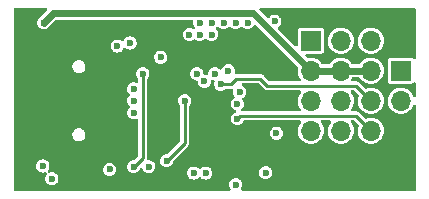
<source format=gbr>
%TF.GenerationSoftware,KiCad,Pcbnew,6.0.4-6f826c9f35~116~ubuntu21.10.1*%
%TF.CreationDate,2022-04-05T23:43:51+08:00*%
%TF.ProjectId,ST_Link_V2.1,53545f4c-696e-46b5-9f56-322e312e6b69,rev?*%
%TF.SameCoordinates,Original*%
%TF.FileFunction,Copper,L2,Inr*%
%TF.FilePolarity,Positive*%
%FSLAX46Y46*%
G04 Gerber Fmt 4.6, Leading zero omitted, Abs format (unit mm)*
G04 Created by KiCad (PCBNEW 6.0.4-6f826c9f35~116~ubuntu21.10.1) date 2022-04-05 23:43:51*
%MOMM*%
%LPD*%
G01*
G04 APERTURE LIST*
%TA.AperFunction,ComponentPad*%
%ADD10O,2.000000X0.900000*%
%TD*%
%TA.AperFunction,ComponentPad*%
%ADD11O,1.700000X0.900000*%
%TD*%
%TA.AperFunction,ComponentPad*%
%ADD12R,1.700000X1.700000*%
%TD*%
%TA.AperFunction,ComponentPad*%
%ADD13O,1.700000X1.700000*%
%TD*%
%TA.AperFunction,ViaPad*%
%ADD14C,0.600000*%
%TD*%
%TA.AperFunction,Conductor*%
%ADD15C,0.250000*%
%TD*%
%TA.AperFunction,Conductor*%
%ADD16C,0.254000*%
%TD*%
%TA.AperFunction,Conductor*%
%ADD17C,0.600000*%
%TD*%
G04 APERTURE END LIST*
D10*
%TO.N,GND*%
%TO.C,J1*%
X62890000Y-79754000D03*
X62890000Y-88394000D03*
D11*
X58720000Y-79754000D03*
X58720000Y-88394000D03*
%TD*%
D12*
%TO.N,+5V*%
%TO.C,J3*%
X82042000Y-78994000D03*
D13*
%TO.N,+3.3VA*%
X82042000Y-81534000D03*
%TO.N,/TX*%
X82042000Y-84074000D03*
%TO.N,/RX*%
X82042000Y-86614000D03*
%TO.N,GND*%
X82042000Y-89154000D03*
%TO.N,+5V*%
X84582000Y-78994000D03*
%TO.N,+3.3VA*%
X84582000Y-81534000D03*
%TO.N,/SWIN*%
X84582000Y-84074000D03*
%TO.N,/RESET*%
X84582000Y-86614000D03*
%TO.N,GND*%
X84582000Y-89154000D03*
%TO.N,+5V*%
X87122000Y-78994000D03*
%TO.N,+3.3VA*%
X87122000Y-81534000D03*
%TO.N,/SWDIO*%
X87122000Y-84074000D03*
%TO.N,/SWCLK*%
X87122000Y-86614000D03*
%TO.N,GND*%
X87122000Y-89154000D03*
%TD*%
D12*
%TO.N,/MCU_SWDIO*%
%TO.C,J2*%
X89662000Y-81534000D03*
D13*
%TO.N,/MCU_SWCLK*%
X89662000Y-84074000D03*
%TO.N,GND*%
X89662000Y-86614000D03*
%TD*%
D14*
%TO.N,GND*%
X79850000Y-84190000D03*
X73660000Y-83058000D03*
X74041000Y-84709000D03*
X61976000Y-84963000D03*
X70866000Y-78232000D03*
X70866000Y-83439000D03*
X73533000Y-86487000D03*
%TO.N,/OSC_IN*%
X72136000Y-90198000D03*
%TO.N,/OSC_OUT*%
X73152000Y-90198000D03*
%TO.N,+3V3*%
X72644000Y-78486000D03*
X78994000Y-77343000D03*
X68326000Y-89662000D03*
X66738500Y-79184500D03*
X75690000Y-91188000D03*
%TO.N,+5V*%
X60119500Y-90678000D03*
%TO.N,Net-(C11-Pad1)*%
X65659000Y-79438500D03*
%TO.N,Net-(D1-Pad2)*%
X73660000Y-77470000D03*
%TO.N,Net-(D2-Pad1)*%
X74676000Y-77470000D03*
%TO.N,Net-(D3-Pad2)*%
X72644000Y-77470000D03*
%TO.N,Net-(D4-Pad1)*%
X76708000Y-77470000D03*
%TO.N,Net-(D5-Pad1)*%
X75692000Y-77470000D03*
%TO.N,Net-(F1-Pad2)*%
X59360000Y-89610000D03*
%TO.N,/MCU_SWCLK*%
X69342000Y-80391000D03*
%TO.N,/MCU_SWDIO*%
X71755000Y-78486000D03*
%TO.N,/RX*%
X79121000Y-86824820D03*
%TO.N,/RESET*%
X75819000Y-84328000D03*
%TO.N,/SWIN*%
X73914000Y-81788000D03*
%TO.N,/SWCLK*%
X75057000Y-81534000D03*
X75819000Y-85598000D03*
%TO.N,/SWDIO*%
X74422000Y-82677000D03*
%TO.N,Net-(Q1-Pad2)*%
X67056000Y-84074000D03*
%TO.N,Net-(Q1-Pad1)*%
X65020000Y-89880000D03*
%TO.N,/MCU_USB_D-*%
X67056000Y-83058000D03*
X73025000Y-82423000D03*
%TO.N,/MCU_USB_D+*%
X72390000Y-81788000D03*
X67056000Y-85090000D03*
%TO.N,/MCU_USB_RENUM*%
X67056000Y-89662000D03*
X67818000Y-81788000D03*
%TO.N,/LED_LINK*%
X73660000Y-78486000D03*
%TO.N,/BOOT0*%
X71374000Y-84074000D03*
X69850000Y-89154000D03*
%TO.N,/BOOT1*%
X78232000Y-90170000D03*
X76022200Y-83324700D03*
%TO.N,+3.3VA*%
X59436000Y-77470000D03*
%TD*%
D15*
%TO.N,/SWCLK*%
X87122000Y-86614000D02*
X85848000Y-85340000D01*
X85848000Y-85340000D02*
X76077000Y-85340000D01*
X76077000Y-85340000D02*
X75819000Y-85598000D01*
%TO.N,/SWDIO*%
X75750000Y-82200000D02*
X75270000Y-82680000D01*
X78370000Y-82800000D02*
X77770000Y-82200000D01*
X87122000Y-84074000D02*
X85848000Y-82800000D01*
X74425000Y-82680000D02*
X74422000Y-82677000D01*
X85848000Y-82800000D02*
X78370000Y-82800000D01*
X75270000Y-82680000D02*
X74425000Y-82680000D01*
X77770000Y-82200000D02*
X75750000Y-82200000D01*
D16*
%TO.N,/MCU_USB_RENUM*%
X67818000Y-81788000D02*
X67818000Y-88900000D01*
X67818000Y-88900000D02*
X67056000Y-89662000D01*
%TO.N,/BOOT0*%
X71374000Y-87630000D02*
X69850000Y-89154000D01*
X71374000Y-84074000D02*
X71374000Y-87630000D01*
D17*
%TO.N,+3.3VA*%
X82042000Y-81534000D02*
X77177999Y-76669999D01*
X87122000Y-81534000D02*
X82042000Y-81534000D01*
X77177999Y-76669999D02*
X60236001Y-76669999D01*
X60236001Y-76669999D02*
X59436000Y-77470000D01*
%TD*%
%TA.AperFunction,Conductor*%
%TO.N,GND*%
G36*
X59685250Y-76220502D02*
G01*
X59731743Y-76274158D01*
X59741847Y-76344432D01*
X59712353Y-76409012D01*
X59706224Y-76415595D01*
X59075451Y-77046368D01*
X59063060Y-77057235D01*
X59040526Y-77074526D01*
X59018920Y-77102684D01*
X59017951Y-77103868D01*
X59016999Y-77104820D01*
X59014793Y-77107727D01*
X58991431Y-77138505D01*
X58991030Y-77139030D01*
X58954700Y-77186376D01*
X58954699Y-77186379D01*
X58951645Y-77190358D01*
X58951132Y-77191596D01*
X58948370Y-77195235D01*
X58928865Y-77244501D01*
X58921584Y-77262890D01*
X58920867Y-77264661D01*
X58895772Y-77325246D01*
X58895212Y-77329498D01*
X58892444Y-77336490D01*
X58891547Y-77345026D01*
X58885298Y-77404479D01*
X58884912Y-77407738D01*
X58876715Y-77470000D01*
X58877459Y-77475648D01*
X58877393Y-77476898D01*
X58877460Y-77479043D01*
X58876563Y-77487581D01*
X58877995Y-77496047D01*
X58877995Y-77496049D01*
X58887309Y-77551117D01*
X58887994Y-77555679D01*
X58895772Y-77614754D01*
X58898786Y-77622030D01*
X58899872Y-77627012D01*
X58900467Y-77628909D01*
X58901899Y-77637377D01*
X58905557Y-77645150D01*
X58927729Y-77692268D01*
X58930128Y-77697695D01*
X58951645Y-77749642D01*
X58956674Y-77756196D01*
X58960191Y-77762289D01*
X58961712Y-77765199D01*
X58962929Y-77767072D01*
X58966585Y-77774842D01*
X58972194Y-77781341D01*
X58972196Y-77781343D01*
X59003808Y-77817966D01*
X59008386Y-77823589D01*
X59040526Y-77865474D01*
X59047077Y-77870501D01*
X59052916Y-77876340D01*
X59052713Y-77876543D01*
X59055337Y-77879020D01*
X59060242Y-77883344D01*
X59065855Y-77889847D01*
X59073007Y-77894599D01*
X59110250Y-77919344D01*
X59117211Y-77924317D01*
X59156357Y-77954355D01*
X59163987Y-77957515D01*
X59167819Y-77959727D01*
X59184057Y-77968380D01*
X59192395Y-77973920D01*
X59230304Y-77986237D01*
X59239624Y-77989266D01*
X59248903Y-77992690D01*
X59282661Y-78006672D01*
X59291246Y-78010228D01*
X59301448Y-78011571D01*
X59323930Y-78016659D01*
X59328711Y-78018212D01*
X59336883Y-78020867D01*
X59345461Y-78021226D01*
X59345464Y-78021227D01*
X59371717Y-78022327D01*
X59382883Y-78022794D01*
X59394046Y-78023761D01*
X59436000Y-78029285D01*
X59449757Y-78027474D01*
X59471476Y-78026507D01*
X59488674Y-78027228D01*
X59503453Y-78023762D01*
X59529969Y-78017543D01*
X59542289Y-78015292D01*
X59580754Y-78010228D01*
X59588380Y-78007069D01*
X59588385Y-78007068D01*
X59596871Y-78003553D01*
X59616310Y-77997293D01*
X59628214Y-77994501D01*
X59628221Y-77994498D01*
X59636583Y-77992537D01*
X59670597Y-77973838D01*
X59683078Y-77967844D01*
X59715643Y-77954355D01*
X59722712Y-77948931D01*
X59732310Y-77941566D01*
X59748311Y-77931115D01*
X59760225Y-77924565D01*
X59769715Y-77919348D01*
X59775524Y-77914333D01*
X59776140Y-77913802D01*
X59776147Y-77913796D01*
X59777891Y-77912290D01*
X59796549Y-77893632D01*
X59808940Y-77882765D01*
X59824921Y-77870503D01*
X59824924Y-77870500D01*
X59831474Y-77865474D01*
X59836501Y-77858923D01*
X59836504Y-77858920D01*
X59848764Y-77842942D01*
X59859632Y-77830549D01*
X60428779Y-77261403D01*
X60491091Y-77227378D01*
X60517874Y-77224499D01*
X71973360Y-77224499D01*
X72041481Y-77244501D01*
X72087974Y-77298157D01*
X72098282Y-77366945D01*
X72087389Y-77449691D01*
X72084715Y-77470000D01*
X72103772Y-77614754D01*
X72159645Y-77749642D01*
X72178982Y-77774842D01*
X72226249Y-77836442D01*
X72251849Y-77902662D01*
X72237584Y-77972211D01*
X72187983Y-78023007D01*
X72118793Y-78038923D01*
X72049584Y-78013110D01*
X72034643Y-78001645D01*
X71899754Y-77945772D01*
X71755000Y-77926715D01*
X71731255Y-77929841D01*
X71618432Y-77944694D01*
X71618430Y-77944695D01*
X71610246Y-77945772D01*
X71589525Y-77954355D01*
X71482986Y-77998485D01*
X71482984Y-77998486D01*
X71475358Y-78001645D01*
X71359526Y-78090526D01*
X71270645Y-78206358D01*
X71267486Y-78213984D01*
X71267485Y-78213986D01*
X71253456Y-78247855D01*
X71214772Y-78341246D01*
X71213695Y-78349430D01*
X71213694Y-78349432D01*
X71204455Y-78419609D01*
X71195715Y-78486000D01*
X71196793Y-78494188D01*
X71210993Y-78602046D01*
X71214772Y-78630754D01*
X71270645Y-78765642D01*
X71275672Y-78772193D01*
X71354498Y-78874921D01*
X71359526Y-78881474D01*
X71366076Y-78886500D01*
X71366079Y-78886503D01*
X71460857Y-78959229D01*
X71475357Y-78970355D01*
X71610246Y-79026228D01*
X71618434Y-79027306D01*
X71655001Y-79032120D01*
X71755000Y-79045285D01*
X71763188Y-79044207D01*
X71891566Y-79027306D01*
X71899754Y-79026228D01*
X72034643Y-78970355D01*
X72122798Y-78902711D01*
X72189016Y-78877111D01*
X72258564Y-78891375D01*
X72276197Y-78902707D01*
X72364357Y-78970355D01*
X72499246Y-79026228D01*
X72507434Y-79027306D01*
X72544001Y-79032120D01*
X72644000Y-79045285D01*
X72652188Y-79044207D01*
X72780566Y-79027306D01*
X72788754Y-79026228D01*
X72923643Y-78970355D01*
X72938143Y-78959229D01*
X73032921Y-78886503D01*
X73032924Y-78886500D01*
X73039474Y-78881474D01*
X73047095Y-78871543D01*
X73052038Y-78865101D01*
X73109377Y-78823234D01*
X73180248Y-78819013D01*
X73242150Y-78853778D01*
X73251962Y-78865101D01*
X73256905Y-78871543D01*
X73264526Y-78881474D01*
X73271076Y-78886500D01*
X73271079Y-78886503D01*
X73365857Y-78959229D01*
X73380357Y-78970355D01*
X73515246Y-79026228D01*
X73523434Y-79027306D01*
X73560001Y-79032120D01*
X73660000Y-79045285D01*
X73668188Y-79044207D01*
X73796566Y-79027306D01*
X73804754Y-79026228D01*
X73939643Y-78970355D01*
X73954143Y-78959229D01*
X74048921Y-78886503D01*
X74048924Y-78886500D01*
X74055474Y-78881474D01*
X74060503Y-78874921D01*
X74139328Y-78772193D01*
X74144355Y-78765642D01*
X74200228Y-78630754D01*
X74204008Y-78602046D01*
X74218207Y-78494188D01*
X74219285Y-78486000D01*
X74210545Y-78419609D01*
X74201306Y-78349432D01*
X74201305Y-78349430D01*
X74200228Y-78341246D01*
X74161544Y-78247855D01*
X74147515Y-78213986D01*
X74147514Y-78213984D01*
X74144355Y-78206358D01*
X74077272Y-78118934D01*
X74060501Y-78097077D01*
X74060500Y-78097076D01*
X74055474Y-78090526D01*
X74039100Y-78077962D01*
X73997233Y-78020626D01*
X73993011Y-77949755D01*
X74027774Y-77887851D01*
X74039099Y-77878039D01*
X74055474Y-77865474D01*
X74063095Y-77855543D01*
X74068038Y-77849101D01*
X74125377Y-77807234D01*
X74196248Y-77803013D01*
X74258150Y-77837778D01*
X74267962Y-77849101D01*
X74272905Y-77855543D01*
X74280526Y-77865474D01*
X74287076Y-77870500D01*
X74287079Y-77870503D01*
X74389804Y-77949327D01*
X74396357Y-77954355D01*
X74531246Y-78010228D01*
X74539434Y-78011306D01*
X74569711Y-78015292D01*
X74676000Y-78029285D01*
X74684188Y-78028207D01*
X74691625Y-78027228D01*
X74782289Y-78015292D01*
X74812566Y-78011306D01*
X74820754Y-78010228D01*
X74955643Y-77954355D01*
X74962196Y-77949327D01*
X75064921Y-77870503D01*
X75064924Y-77870500D01*
X75071474Y-77865474D01*
X75079095Y-77855543D01*
X75084038Y-77849101D01*
X75141377Y-77807234D01*
X75212248Y-77803013D01*
X75274150Y-77837778D01*
X75283962Y-77849101D01*
X75288905Y-77855543D01*
X75296526Y-77865474D01*
X75303076Y-77870500D01*
X75303079Y-77870503D01*
X75405804Y-77949327D01*
X75412357Y-77954355D01*
X75547246Y-78010228D01*
X75555434Y-78011306D01*
X75585711Y-78015292D01*
X75692000Y-78029285D01*
X75700188Y-78028207D01*
X75707625Y-78027228D01*
X75798289Y-78015292D01*
X75828566Y-78011306D01*
X75836754Y-78010228D01*
X75971643Y-77954355D01*
X75978196Y-77949327D01*
X76080921Y-77870503D01*
X76080924Y-77870500D01*
X76087474Y-77865474D01*
X76095095Y-77855543D01*
X76100038Y-77849101D01*
X76157377Y-77807234D01*
X76228248Y-77803013D01*
X76290150Y-77837778D01*
X76299962Y-77849101D01*
X76304905Y-77855543D01*
X76312526Y-77865474D01*
X76319076Y-77870500D01*
X76319079Y-77870503D01*
X76421804Y-77949327D01*
X76428357Y-77954355D01*
X76563246Y-78010228D01*
X76571434Y-78011306D01*
X76601711Y-78015292D01*
X76708000Y-78029285D01*
X76716188Y-78028207D01*
X76723625Y-78027228D01*
X76814289Y-78015292D01*
X76844566Y-78011306D01*
X76852754Y-78010228D01*
X76987643Y-77954355D01*
X76994196Y-77949327D01*
X77096921Y-77870503D01*
X77096924Y-77870500D01*
X77103474Y-77865474D01*
X77108503Y-77858921D01*
X77173018Y-77774842D01*
X77192355Y-77749642D01*
X77202526Y-77725088D01*
X77247074Y-77669807D01*
X77314438Y-77647386D01*
X77383229Y-77664944D01*
X77408030Y-77684211D01*
X80921381Y-81197562D01*
X80955407Y-81259874D01*
X80955512Y-81303201D01*
X80957007Y-81303378D01*
X80933148Y-81504964D01*
X80946424Y-81707522D01*
X80947845Y-81713118D01*
X80947846Y-81713123D01*
X80987060Y-81867526D01*
X80996392Y-81904269D01*
X80998809Y-81909512D01*
X81036010Y-81990208D01*
X81081377Y-82088616D01*
X81084710Y-82093332D01*
X81175487Y-82221780D01*
X81198468Y-82288955D01*
X81181483Y-82357890D01*
X81129926Y-82406699D01*
X81072590Y-82420500D01*
X78579384Y-82420500D01*
X78511263Y-82400498D01*
X78490289Y-82383595D01*
X78076478Y-81969784D01*
X78061336Y-81951036D01*
X78060221Y-81949811D01*
X78054571Y-81941060D01*
X78046393Y-81934613D01*
X78046391Y-81934611D01*
X78028200Y-81920271D01*
X78023759Y-81916325D01*
X78023697Y-81916398D01*
X78019733Y-81913039D01*
X78016056Y-81909362D01*
X78000308Y-81898108D01*
X77995638Y-81894602D01*
X77955353Y-81862844D01*
X77946719Y-81859812D01*
X77939266Y-81854486D01*
X77890150Y-81839797D01*
X77884508Y-81837964D01*
X77843633Y-81823610D01*
X77843632Y-81823610D01*
X77836149Y-81820982D01*
X77830584Y-81820500D01*
X77827876Y-81820500D01*
X77825242Y-81820386D01*
X77825144Y-81820357D01*
X77825151Y-81820193D01*
X77824447Y-81820149D01*
X77818222Y-81818287D01*
X77764365Y-81820403D01*
X77759418Y-81820500D01*
X75803925Y-81820500D01*
X75779967Y-81817950D01*
X75778308Y-81817872D01*
X75768124Y-81815679D01*
X75737089Y-81819353D01*
X75667091Y-81807498D01*
X75614613Y-81759680D01*
X75596317Y-81691082D01*
X75597356Y-81677781D01*
X75615207Y-81542188D01*
X75616285Y-81534000D01*
X75604346Y-81443313D01*
X75598306Y-81397432D01*
X75598305Y-81397430D01*
X75597228Y-81389246D01*
X75560462Y-81300485D01*
X75544515Y-81261986D01*
X75544514Y-81261984D01*
X75541355Y-81254358D01*
X75496914Y-81196442D01*
X75457501Y-81145077D01*
X75457500Y-81145076D01*
X75452474Y-81138526D01*
X75445924Y-81133500D01*
X75445921Y-81133497D01*
X75343196Y-81054673D01*
X75343194Y-81054672D01*
X75336643Y-81049645D01*
X75201754Y-80993772D01*
X75057000Y-80974715D01*
X75048812Y-80975793D01*
X74920432Y-80992694D01*
X74920430Y-80992695D01*
X74912246Y-80993772D01*
X74897382Y-80999929D01*
X74784986Y-81046485D01*
X74784984Y-81046486D01*
X74777358Y-81049645D01*
X74661526Y-81138526D01*
X74572645Y-81254358D01*
X74569484Y-81261990D01*
X74569482Y-81261993D01*
X74526732Y-81365197D01*
X74482184Y-81420478D01*
X74414820Y-81442898D01*
X74346029Y-81425339D01*
X74321603Y-81403659D01*
X74320343Y-81404919D01*
X74314500Y-81399076D01*
X74309474Y-81392526D01*
X74302924Y-81387500D01*
X74302921Y-81387497D01*
X74200196Y-81308673D01*
X74200194Y-81308672D01*
X74193643Y-81303645D01*
X74058754Y-81247772D01*
X73914000Y-81228715D01*
X73905812Y-81229793D01*
X73777432Y-81246694D01*
X73777430Y-81246695D01*
X73769246Y-81247772D01*
X73734931Y-81261986D01*
X73641986Y-81300485D01*
X73641984Y-81300486D01*
X73634358Y-81303645D01*
X73518526Y-81392526D01*
X73513503Y-81399072D01*
X73497078Y-81420478D01*
X73429645Y-81508358D01*
X73426486Y-81515984D01*
X73426485Y-81515986D01*
X73417489Y-81537704D01*
X73373772Y-81643246D01*
X73372695Y-81651430D01*
X73372694Y-81651432D01*
X73366069Y-81701755D01*
X73354817Y-81787231D01*
X73354752Y-81787721D01*
X73326030Y-81852648D01*
X73266765Y-81891740D01*
X73195773Y-81892585D01*
X73181610Y-81887683D01*
X73177384Y-81885932D01*
X73177381Y-81885931D01*
X73169754Y-81882772D01*
X73112193Y-81875194D01*
X73053950Y-81867526D01*
X72989022Y-81838803D01*
X72949931Y-81779538D01*
X72945474Y-81759050D01*
X72931306Y-81651432D01*
X72931305Y-81651430D01*
X72930228Y-81643246D01*
X72886511Y-81537704D01*
X72877515Y-81515986D01*
X72877514Y-81515984D01*
X72874355Y-81508358D01*
X72806922Y-81420478D01*
X72790501Y-81399077D01*
X72790500Y-81399076D01*
X72785474Y-81392526D01*
X72778924Y-81387500D01*
X72778921Y-81387497D01*
X72676196Y-81308673D01*
X72676194Y-81308672D01*
X72669643Y-81303645D01*
X72534754Y-81247772D01*
X72390000Y-81228715D01*
X72381812Y-81229793D01*
X72253432Y-81246694D01*
X72253430Y-81246695D01*
X72245246Y-81247772D01*
X72210931Y-81261986D01*
X72117986Y-81300485D01*
X72117984Y-81300486D01*
X72110358Y-81303645D01*
X71994526Y-81392526D01*
X71989503Y-81399072D01*
X71973078Y-81420478D01*
X71905645Y-81508358D01*
X71902486Y-81515984D01*
X71902485Y-81515986D01*
X71893489Y-81537704D01*
X71849772Y-81643246D01*
X71848695Y-81651430D01*
X71848694Y-81651432D01*
X71839709Y-81719683D01*
X71830715Y-81788000D01*
X71831793Y-81796188D01*
X71848651Y-81924237D01*
X71849772Y-81932754D01*
X71867115Y-81974623D01*
X71896521Y-82045614D01*
X71905645Y-82067642D01*
X71936998Y-82108502D01*
X71981673Y-82166723D01*
X71994526Y-82183474D01*
X72001076Y-82188500D01*
X72001079Y-82188503D01*
X72103804Y-82267327D01*
X72110357Y-82272355D01*
X72245246Y-82328228D01*
X72269287Y-82331393D01*
X72361050Y-82343474D01*
X72425978Y-82372197D01*
X72465069Y-82431462D01*
X72469526Y-82451950D01*
X72482084Y-82547334D01*
X72484772Y-82567754D01*
X72494077Y-82590217D01*
X72530024Y-82677000D01*
X72540645Y-82702642D01*
X72629526Y-82818474D01*
X72636076Y-82823500D01*
X72636079Y-82823503D01*
X72738804Y-82902327D01*
X72745357Y-82907355D01*
X72880246Y-82963228D01*
X73025000Y-82982285D01*
X73033188Y-82981207D01*
X73161566Y-82964306D01*
X73169754Y-82963228D01*
X73304643Y-82907355D01*
X73311196Y-82902327D01*
X73413921Y-82823503D01*
X73413924Y-82823500D01*
X73420474Y-82818474D01*
X73509355Y-82702642D01*
X73519977Y-82677000D01*
X73555923Y-82590217D01*
X73565228Y-82567754D01*
X73567917Y-82547334D01*
X73579605Y-82458546D01*
X73584248Y-82423278D01*
X73612970Y-82358352D01*
X73672235Y-82319260D01*
X73743227Y-82318415D01*
X73757390Y-82323317D01*
X73761616Y-82325068D01*
X73761619Y-82325069D01*
X73769246Y-82328228D01*
X73793287Y-82331393D01*
X73858215Y-82360115D01*
X73897307Y-82419380D01*
X73898152Y-82490371D01*
X73893250Y-82504534D01*
X73884933Y-82524613D01*
X73884932Y-82524618D01*
X73881772Y-82532246D01*
X73880695Y-82540430D01*
X73880694Y-82540432D01*
X73869409Y-82626155D01*
X73862715Y-82677000D01*
X73863793Y-82685188D01*
X73880478Y-82811923D01*
X73881772Y-82821754D01*
X73901578Y-82869570D01*
X73931835Y-82942615D01*
X73937645Y-82956642D01*
X73957322Y-82982285D01*
X74021347Y-83065724D01*
X74026526Y-83072474D01*
X74033076Y-83077500D01*
X74033079Y-83077503D01*
X74119793Y-83144041D01*
X74142357Y-83161355D01*
X74224643Y-83195439D01*
X74260714Y-83210380D01*
X74277246Y-83217228D01*
X74422000Y-83236285D01*
X74430188Y-83235207D01*
X74558566Y-83218306D01*
X74566754Y-83217228D01*
X74583287Y-83210380D01*
X74619357Y-83195439D01*
X74701643Y-83161355D01*
X74783621Y-83098451D01*
X74800449Y-83085538D01*
X74866669Y-83059937D01*
X74877153Y-83059500D01*
X75216080Y-83059500D01*
X75240028Y-83062049D01*
X75241693Y-83062128D01*
X75251876Y-83064320D01*
X75262217Y-83063096D01*
X75285223Y-83060373D01*
X75291154Y-83060023D01*
X75291146Y-83059928D01*
X75296324Y-83059500D01*
X75301524Y-83059500D01*
X75306653Y-83058646D01*
X75306656Y-83058646D01*
X75320565Y-83056331D01*
X75326446Y-83055494D01*
X75340203Y-83053866D01*
X75410202Y-83065724D01*
X75462678Y-83113544D01*
X75480971Y-83182144D01*
X75479932Y-83195439D01*
X75465787Y-83302883D01*
X75462915Y-83324700D01*
X75481972Y-83469454D01*
X75485131Y-83477080D01*
X75533840Y-83594672D01*
X75537845Y-83604342D01*
X75542872Y-83610893D01*
X75542875Y-83610898D01*
X75578756Y-83657659D01*
X75604357Y-83723879D01*
X75590093Y-83793428D01*
X75543157Y-83842071D01*
X75539358Y-83843645D01*
X75423526Y-83932526D01*
X75334645Y-84048358D01*
X75331486Y-84055984D01*
X75331485Y-84055986D01*
X75322489Y-84077704D01*
X75278772Y-84183246D01*
X75277695Y-84191430D01*
X75277694Y-84191432D01*
X75262841Y-84304255D01*
X75259715Y-84328000D01*
X75260793Y-84336188D01*
X75277478Y-84462923D01*
X75278772Y-84472754D01*
X75281931Y-84480380D01*
X75324024Y-84582000D01*
X75334645Y-84607642D01*
X75339672Y-84614193D01*
X75410669Y-84706718D01*
X75423526Y-84723474D01*
X75430076Y-84728500D01*
X75430079Y-84728503D01*
X75528217Y-84803807D01*
X75539357Y-84812355D01*
X75579433Y-84828955D01*
X75622010Y-84846591D01*
X75677290Y-84891140D01*
X75699711Y-84958503D01*
X75682153Y-85027294D01*
X75630190Y-85075673D01*
X75622010Y-85079409D01*
X75546986Y-85110485D01*
X75546984Y-85110486D01*
X75539358Y-85113645D01*
X75423526Y-85202526D01*
X75334645Y-85318358D01*
X75278772Y-85453246D01*
X75277695Y-85461430D01*
X75277694Y-85461432D01*
X75265735Y-85552272D01*
X75259715Y-85598000D01*
X75260793Y-85606188D01*
X75275711Y-85719500D01*
X75278772Y-85742754D01*
X75296264Y-85784983D01*
X75323384Y-85850455D01*
X75334645Y-85877642D01*
X75423526Y-85993474D01*
X75430076Y-85998500D01*
X75430079Y-85998503D01*
X75532804Y-86077327D01*
X75539357Y-86082355D01*
X75674246Y-86138228D01*
X75819000Y-86157285D01*
X75827188Y-86156207D01*
X75955566Y-86139306D01*
X75963754Y-86138228D01*
X76098643Y-86082355D01*
X76105196Y-86077327D01*
X76207921Y-85998503D01*
X76207924Y-85998500D01*
X76214474Y-85993474D01*
X76303355Y-85877642D01*
X76314617Y-85850455D01*
X76336642Y-85797281D01*
X76381191Y-85742001D01*
X76453051Y-85719500D01*
X81080853Y-85719500D01*
X81148974Y-85739502D01*
X81195467Y-85793158D01*
X81205571Y-85863432D01*
X81179803Y-85923506D01*
X81111720Y-86009869D01*
X81109031Y-86014980D01*
X81109029Y-86014983D01*
X81096073Y-86039609D01*
X81017203Y-86189515D01*
X80957007Y-86383378D01*
X80933148Y-86584964D01*
X80946424Y-86787522D01*
X80947845Y-86793118D01*
X80947846Y-86793123D01*
X80968119Y-86872945D01*
X80996392Y-86984269D01*
X80998809Y-86989512D01*
X81036010Y-87070208D01*
X81081377Y-87168616D01*
X81084710Y-87173332D01*
X81180714Y-87309175D01*
X81198533Y-87334389D01*
X81343938Y-87476035D01*
X81512720Y-87588812D01*
X81518023Y-87591090D01*
X81518026Y-87591092D01*
X81606707Y-87629192D01*
X81699228Y-87668942D01*
X81772244Y-87685464D01*
X81891579Y-87712467D01*
X81891584Y-87712468D01*
X81897216Y-87713742D01*
X81902987Y-87713969D01*
X81902989Y-87713969D01*
X81962756Y-87716317D01*
X82100053Y-87721712D01*
X82200499Y-87707148D01*
X82295231Y-87693413D01*
X82295236Y-87693412D01*
X82300945Y-87692584D01*
X82306409Y-87690729D01*
X82306414Y-87690728D01*
X82487693Y-87629192D01*
X82487698Y-87629190D01*
X82493165Y-87627334D01*
X82498544Y-87624322D01*
X82567683Y-87585602D01*
X82670276Y-87528147D01*
X82681876Y-87518500D01*
X82821913Y-87402031D01*
X82826345Y-87398345D01*
X82897879Y-87312335D01*
X82952453Y-87246718D01*
X82952455Y-87246715D01*
X82956147Y-87242276D01*
X83033327Y-87104462D01*
X83052510Y-87070208D01*
X83052511Y-87070206D01*
X83055334Y-87065165D01*
X83057190Y-87059698D01*
X83057192Y-87059693D01*
X83118728Y-86878414D01*
X83118729Y-86878409D01*
X83120584Y-86872945D01*
X83121412Y-86867236D01*
X83121413Y-86867231D01*
X83144980Y-86704687D01*
X83149712Y-86672053D01*
X83151232Y-86614000D01*
X83139401Y-86485242D01*
X83133187Y-86417613D01*
X83133186Y-86417610D01*
X83132658Y-86411859D01*
X83131090Y-86406299D01*
X83079125Y-86222046D01*
X83079124Y-86222044D01*
X83077557Y-86216487D01*
X83066978Y-86195033D01*
X82990331Y-86039609D01*
X82987776Y-86034428D01*
X82960950Y-85998503D01*
X82902992Y-85920889D01*
X82878260Y-85854339D01*
X82893434Y-85784983D01*
X82943696Y-85734841D01*
X83003950Y-85719500D01*
X83620853Y-85719500D01*
X83688974Y-85739502D01*
X83735467Y-85793158D01*
X83745571Y-85863432D01*
X83719803Y-85923506D01*
X83651720Y-86009869D01*
X83649031Y-86014980D01*
X83649029Y-86014983D01*
X83636073Y-86039609D01*
X83557203Y-86189515D01*
X83497007Y-86383378D01*
X83473148Y-86584964D01*
X83486424Y-86787522D01*
X83487845Y-86793118D01*
X83487846Y-86793123D01*
X83508119Y-86872945D01*
X83536392Y-86984269D01*
X83538809Y-86989512D01*
X83576010Y-87070208D01*
X83621377Y-87168616D01*
X83624710Y-87173332D01*
X83720714Y-87309175D01*
X83738533Y-87334389D01*
X83883938Y-87476035D01*
X84052720Y-87588812D01*
X84058023Y-87591090D01*
X84058026Y-87591092D01*
X84146707Y-87629192D01*
X84239228Y-87668942D01*
X84312244Y-87685464D01*
X84431579Y-87712467D01*
X84431584Y-87712468D01*
X84437216Y-87713742D01*
X84442987Y-87713969D01*
X84442989Y-87713969D01*
X84502756Y-87716317D01*
X84640053Y-87721712D01*
X84740499Y-87707148D01*
X84835231Y-87693413D01*
X84835236Y-87693412D01*
X84840945Y-87692584D01*
X84846409Y-87690729D01*
X84846414Y-87690728D01*
X85027693Y-87629192D01*
X85027698Y-87629190D01*
X85033165Y-87627334D01*
X85038544Y-87624322D01*
X85107683Y-87585602D01*
X85210276Y-87528147D01*
X85221876Y-87518500D01*
X85361913Y-87402031D01*
X85366345Y-87398345D01*
X85437879Y-87312335D01*
X85492453Y-87246718D01*
X85492455Y-87246715D01*
X85496147Y-87242276D01*
X85573327Y-87104462D01*
X85592510Y-87070208D01*
X85592511Y-87070206D01*
X85595334Y-87065165D01*
X85597190Y-87059698D01*
X85597192Y-87059693D01*
X85658728Y-86878414D01*
X85658729Y-86878409D01*
X85660584Y-86872945D01*
X85661412Y-86867236D01*
X85661413Y-86867231D01*
X85684980Y-86704687D01*
X85689712Y-86672053D01*
X85691232Y-86614000D01*
X85679401Y-86485242D01*
X85673187Y-86417613D01*
X85673186Y-86417610D01*
X85672658Y-86411859D01*
X85671090Y-86406299D01*
X85619125Y-86222046D01*
X85619124Y-86222044D01*
X85617557Y-86216487D01*
X85606978Y-86195033D01*
X85530331Y-86039609D01*
X85527776Y-86034428D01*
X85500950Y-85998503D01*
X85442992Y-85920889D01*
X85418260Y-85854339D01*
X85433434Y-85784983D01*
X85483696Y-85734841D01*
X85543950Y-85719500D01*
X85638616Y-85719500D01*
X85706737Y-85739502D01*
X85727711Y-85756405D01*
X86058477Y-86087171D01*
X86092503Y-86149483D01*
X86089715Y-86213630D01*
X86067681Y-86284592D01*
X86037007Y-86383378D01*
X86013148Y-86584964D01*
X86026424Y-86787522D01*
X86027845Y-86793118D01*
X86027846Y-86793123D01*
X86048119Y-86872945D01*
X86076392Y-86984269D01*
X86078809Y-86989512D01*
X86116010Y-87070208D01*
X86161377Y-87168616D01*
X86164710Y-87173332D01*
X86260714Y-87309175D01*
X86278533Y-87334389D01*
X86423938Y-87476035D01*
X86592720Y-87588812D01*
X86598023Y-87591090D01*
X86598026Y-87591092D01*
X86686707Y-87629192D01*
X86779228Y-87668942D01*
X86852244Y-87685464D01*
X86971579Y-87712467D01*
X86971584Y-87712468D01*
X86977216Y-87713742D01*
X86982987Y-87713969D01*
X86982989Y-87713969D01*
X87042756Y-87716317D01*
X87180053Y-87721712D01*
X87280499Y-87707148D01*
X87375231Y-87693413D01*
X87375236Y-87693412D01*
X87380945Y-87692584D01*
X87386409Y-87690729D01*
X87386414Y-87690728D01*
X87567693Y-87629192D01*
X87567698Y-87629190D01*
X87573165Y-87627334D01*
X87578544Y-87624322D01*
X87647683Y-87585602D01*
X87750276Y-87528147D01*
X87761876Y-87518500D01*
X87901913Y-87402031D01*
X87906345Y-87398345D01*
X87977879Y-87312335D01*
X88032453Y-87246718D01*
X88032455Y-87246715D01*
X88036147Y-87242276D01*
X88113327Y-87104462D01*
X88132510Y-87070208D01*
X88132511Y-87070206D01*
X88135334Y-87065165D01*
X88137190Y-87059698D01*
X88137192Y-87059693D01*
X88198728Y-86878414D01*
X88198729Y-86878409D01*
X88200584Y-86872945D01*
X88201412Y-86867236D01*
X88201413Y-86867231D01*
X88224980Y-86704687D01*
X88229712Y-86672053D01*
X88231232Y-86614000D01*
X88219401Y-86485242D01*
X88213187Y-86417613D01*
X88213186Y-86417610D01*
X88212658Y-86411859D01*
X88211090Y-86406299D01*
X88159125Y-86222046D01*
X88159124Y-86222044D01*
X88157557Y-86216487D01*
X88146978Y-86195033D01*
X88070331Y-86039609D01*
X88067776Y-86034428D01*
X88040950Y-85998503D01*
X87949777Y-85876409D01*
X87946320Y-85871779D01*
X87806742Y-85742754D01*
X87801503Y-85737911D01*
X87797258Y-85733987D01*
X87792375Y-85730906D01*
X87792371Y-85730903D01*
X87630464Y-85628748D01*
X87625581Y-85625667D01*
X87437039Y-85550446D01*
X87431379Y-85549320D01*
X87431375Y-85549319D01*
X87243613Y-85511971D01*
X87243610Y-85511971D01*
X87237946Y-85510844D01*
X87232171Y-85510768D01*
X87232167Y-85510768D01*
X87130793Y-85509441D01*
X87034971Y-85508187D01*
X87029274Y-85509166D01*
X87029273Y-85509166D01*
X86840607Y-85541585D01*
X86834910Y-85542564D01*
X86729671Y-85581389D01*
X86658839Y-85586201D01*
X86596966Y-85552272D01*
X86154478Y-85109784D01*
X86139336Y-85091036D01*
X86138221Y-85089811D01*
X86132571Y-85081060D01*
X86124393Y-85074613D01*
X86124391Y-85074611D01*
X86106200Y-85060271D01*
X86101759Y-85056325D01*
X86101697Y-85056398D01*
X86097733Y-85053039D01*
X86094056Y-85049362D01*
X86078308Y-85038108D01*
X86073638Y-85034602D01*
X86033353Y-85002844D01*
X86024719Y-84999812D01*
X86017266Y-84994486D01*
X85968150Y-84979797D01*
X85962508Y-84977964D01*
X85921633Y-84963610D01*
X85921632Y-84963610D01*
X85914149Y-84960982D01*
X85908584Y-84960500D01*
X85905876Y-84960500D01*
X85903242Y-84960386D01*
X85903144Y-84960357D01*
X85903151Y-84960193D01*
X85902447Y-84960149D01*
X85896222Y-84958287D01*
X85842365Y-84960403D01*
X85837418Y-84960500D01*
X85550061Y-84960500D01*
X85481940Y-84940498D01*
X85435447Y-84886842D01*
X85425343Y-84816568D01*
X85453187Y-84753931D01*
X85492449Y-84706724D01*
X85492456Y-84706714D01*
X85496147Y-84702276D01*
X85576747Y-84558355D01*
X85592510Y-84530208D01*
X85592511Y-84530206D01*
X85595334Y-84525165D01*
X85597190Y-84519698D01*
X85597192Y-84519693D01*
X85658728Y-84338414D01*
X85658729Y-84338409D01*
X85660584Y-84332945D01*
X85661412Y-84327236D01*
X85661413Y-84327231D01*
X85689179Y-84135727D01*
X85689712Y-84132053D01*
X85691232Y-84074000D01*
X85678683Y-83937432D01*
X85673187Y-83877613D01*
X85673186Y-83877610D01*
X85672658Y-83871859D01*
X85669108Y-83859270D01*
X85619125Y-83682046D01*
X85619124Y-83682044D01*
X85617557Y-83676487D01*
X85612897Y-83667036D01*
X85530331Y-83499609D01*
X85527776Y-83494428D01*
X85442992Y-83380888D01*
X85418260Y-83314339D01*
X85433434Y-83244983D01*
X85483696Y-83194841D01*
X85543950Y-83179500D01*
X85638616Y-83179500D01*
X85706737Y-83199502D01*
X85727711Y-83216405D01*
X86058477Y-83547171D01*
X86092503Y-83609483D01*
X86089715Y-83673630D01*
X86047614Y-83809217D01*
X86037007Y-83843378D01*
X86013148Y-84044964D01*
X86026424Y-84247522D01*
X86027845Y-84253118D01*
X86027846Y-84253123D01*
X86074068Y-84435117D01*
X86076392Y-84444269D01*
X86078809Y-84449512D01*
X86116010Y-84530208D01*
X86161377Y-84628616D01*
X86164710Y-84633332D01*
X86228416Y-84723474D01*
X86278533Y-84794389D01*
X86423938Y-84936035D01*
X86592720Y-85048812D01*
X86598023Y-85051090D01*
X86598026Y-85051092D01*
X86734636Y-85109784D01*
X86779228Y-85128942D01*
X86852244Y-85145464D01*
X86971579Y-85172467D01*
X86971584Y-85172468D01*
X86977216Y-85173742D01*
X86982987Y-85173969D01*
X86982989Y-85173969D01*
X87042756Y-85176317D01*
X87180053Y-85181712D01*
X87280499Y-85167148D01*
X87375231Y-85153413D01*
X87375236Y-85153412D01*
X87380945Y-85152584D01*
X87386409Y-85150729D01*
X87386414Y-85150728D01*
X87567693Y-85089192D01*
X87567698Y-85089190D01*
X87573165Y-85087334D01*
X87583026Y-85081812D01*
X87659980Y-85038715D01*
X87750276Y-84988147D01*
X87760314Y-84979799D01*
X87901913Y-84862031D01*
X87906345Y-84858345D01*
X87946256Y-84810358D01*
X88032453Y-84706718D01*
X88032455Y-84706715D01*
X88036147Y-84702276D01*
X88116747Y-84558355D01*
X88132510Y-84530208D01*
X88132511Y-84530206D01*
X88135334Y-84525165D01*
X88137190Y-84519698D01*
X88137192Y-84519693D01*
X88198728Y-84338414D01*
X88198729Y-84338409D01*
X88200584Y-84332945D01*
X88201412Y-84327236D01*
X88201413Y-84327231D01*
X88229179Y-84135727D01*
X88229712Y-84132053D01*
X88231232Y-84074000D01*
X88218683Y-83937432D01*
X88213187Y-83877613D01*
X88213186Y-83877610D01*
X88212658Y-83871859D01*
X88209108Y-83859270D01*
X88159125Y-83682046D01*
X88159124Y-83682044D01*
X88157557Y-83676487D01*
X88152897Y-83667036D01*
X88070331Y-83499609D01*
X88067776Y-83494428D01*
X87946320Y-83331779D01*
X87797258Y-83193987D01*
X87792375Y-83190906D01*
X87792371Y-83190903D01*
X87638252Y-83093662D01*
X87625581Y-83085667D01*
X87437039Y-83010446D01*
X87431379Y-83009320D01*
X87431375Y-83009319D01*
X87243613Y-82971971D01*
X87243610Y-82971971D01*
X87237946Y-82970844D01*
X87232171Y-82970768D01*
X87232167Y-82970768D01*
X87130793Y-82969441D01*
X87034971Y-82968187D01*
X87029274Y-82969166D01*
X87029273Y-82969166D01*
X86880204Y-82994781D01*
X86834910Y-83002564D01*
X86729671Y-83041389D01*
X86658839Y-83046201D01*
X86596966Y-83012272D01*
X86154478Y-82569784D01*
X86139336Y-82551036D01*
X86138221Y-82549811D01*
X86132571Y-82541060D01*
X86124393Y-82534613D01*
X86124391Y-82534611D01*
X86106200Y-82520271D01*
X86101759Y-82516325D01*
X86101697Y-82516398D01*
X86097733Y-82513039D01*
X86094056Y-82509362D01*
X86078308Y-82498108D01*
X86073638Y-82494602D01*
X86033353Y-82462844D01*
X86024719Y-82459812D01*
X86017266Y-82454486D01*
X85968150Y-82439797D01*
X85962508Y-82437964D01*
X85921633Y-82423610D01*
X85921632Y-82423610D01*
X85914149Y-82420982D01*
X85908584Y-82420500D01*
X85905876Y-82420500D01*
X85903242Y-82420386D01*
X85903144Y-82420357D01*
X85903151Y-82420193D01*
X85902447Y-82420149D01*
X85896222Y-82418287D01*
X85842365Y-82420403D01*
X85837418Y-82420500D01*
X85550061Y-82420500D01*
X85481940Y-82400498D01*
X85435447Y-82346842D01*
X85425343Y-82276568D01*
X85453187Y-82213931D01*
X85492449Y-82166723D01*
X85492452Y-82166719D01*
X85496147Y-82162276D01*
X85498973Y-82157231D01*
X85501377Y-82152937D01*
X85552112Y-82103274D01*
X85611313Y-82088500D01*
X86096052Y-82088500D01*
X86164173Y-82108502D01*
X86198949Y-82141780D01*
X86249940Y-82213931D01*
X86278533Y-82254389D01*
X86423938Y-82396035D01*
X86592720Y-82508812D01*
X86598023Y-82511090D01*
X86598026Y-82511092D01*
X86755324Y-82578672D01*
X86779228Y-82588942D01*
X86811702Y-82596290D01*
X86971579Y-82632467D01*
X86971584Y-82632468D01*
X86977216Y-82633742D01*
X86982987Y-82633969D01*
X86982989Y-82633969D01*
X87042756Y-82636317D01*
X87180053Y-82641712D01*
X87287348Y-82626155D01*
X87375231Y-82613413D01*
X87375236Y-82613412D01*
X87380945Y-82612584D01*
X87386409Y-82610729D01*
X87386414Y-82610728D01*
X87567693Y-82549192D01*
X87567698Y-82549190D01*
X87573165Y-82547334D01*
X87580444Y-82543258D01*
X87649590Y-82504534D01*
X87750276Y-82448147D01*
X87760314Y-82439799D01*
X87894462Y-82328228D01*
X87906345Y-82318345D01*
X87944595Y-82272355D01*
X88032453Y-82166718D01*
X88032455Y-82166715D01*
X88036147Y-82162276D01*
X88135334Y-81985165D01*
X88137190Y-81979698D01*
X88137192Y-81979693D01*
X88198728Y-81798414D01*
X88198729Y-81798409D01*
X88200584Y-81792945D01*
X88201412Y-81787236D01*
X88201413Y-81787231D01*
X88229179Y-81595727D01*
X88229712Y-81592053D01*
X88231232Y-81534000D01*
X88218683Y-81397432D01*
X88213187Y-81337613D01*
X88213186Y-81337610D01*
X88212658Y-81331859D01*
X88204701Y-81303645D01*
X88159125Y-81142046D01*
X88159124Y-81142044D01*
X88157557Y-81136487D01*
X88127823Y-81076191D01*
X88070331Y-80959609D01*
X88067776Y-80954428D01*
X87946320Y-80791779D01*
X87797258Y-80653987D01*
X87792375Y-80650906D01*
X87792371Y-80650903D01*
X87646728Y-80559010D01*
X87625581Y-80545667D01*
X87437039Y-80470446D01*
X87431379Y-80469320D01*
X87431375Y-80469319D01*
X87243613Y-80431971D01*
X87243610Y-80431971D01*
X87237946Y-80430844D01*
X87232171Y-80430768D01*
X87232167Y-80430768D01*
X87130793Y-80429441D01*
X87034971Y-80428187D01*
X87029274Y-80429166D01*
X87029273Y-80429166D01*
X86946658Y-80443362D01*
X86834910Y-80462564D01*
X86644463Y-80532824D01*
X86470010Y-80636612D01*
X86465670Y-80640418D01*
X86465666Y-80640421D01*
X86321733Y-80766648D01*
X86317392Y-80770455D01*
X86191720Y-80929869D01*
X86189966Y-80928486D01*
X86143507Y-80968360D01*
X86091707Y-80979500D01*
X85609663Y-80979500D01*
X85541542Y-80959498D01*
X85508705Y-80928889D01*
X85466386Y-80872217D01*
X85406320Y-80791779D01*
X85257258Y-80653987D01*
X85252375Y-80650906D01*
X85252371Y-80650903D01*
X85106728Y-80559010D01*
X85085581Y-80545667D01*
X84897039Y-80470446D01*
X84891379Y-80469320D01*
X84891375Y-80469319D01*
X84703613Y-80431971D01*
X84703610Y-80431971D01*
X84697946Y-80430844D01*
X84692171Y-80430768D01*
X84692167Y-80430768D01*
X84590793Y-80429441D01*
X84494971Y-80428187D01*
X84489274Y-80429166D01*
X84489273Y-80429166D01*
X84406658Y-80443362D01*
X84294910Y-80462564D01*
X84104463Y-80532824D01*
X83930010Y-80636612D01*
X83925670Y-80640418D01*
X83925666Y-80640421D01*
X83781733Y-80766648D01*
X83777392Y-80770455D01*
X83651720Y-80929869D01*
X83649966Y-80928486D01*
X83603507Y-80968360D01*
X83551707Y-80979500D01*
X83069663Y-80979500D01*
X83001542Y-80959498D01*
X82968705Y-80928889D01*
X82926386Y-80872217D01*
X82866320Y-80791779D01*
X82717258Y-80653987D01*
X82712375Y-80650906D01*
X82712371Y-80650903D01*
X82566728Y-80559010D01*
X82545581Y-80545667D01*
X82357039Y-80470446D01*
X82351379Y-80469320D01*
X82351375Y-80469319D01*
X82163613Y-80431971D01*
X82163610Y-80431971D01*
X82157946Y-80430844D01*
X82152171Y-80430768D01*
X82152167Y-80430768D01*
X82050793Y-80429441D01*
X81954971Y-80428187D01*
X81949274Y-80429166D01*
X81949273Y-80429166D01*
X81819068Y-80451539D01*
X81748544Y-80443362D01*
X81708635Y-80416454D01*
X81605776Y-80313595D01*
X81571750Y-80251283D01*
X81576815Y-80180468D01*
X81619362Y-80123632D01*
X81685882Y-80098821D01*
X81694871Y-80098500D01*
X82886630Y-80098499D01*
X82917066Y-80098499D01*
X82952818Y-80091388D01*
X82979126Y-80086156D01*
X82979128Y-80086155D01*
X82991301Y-80083734D01*
X83001621Y-80076839D01*
X83001622Y-80076838D01*
X83065168Y-80034377D01*
X83075484Y-80027484D01*
X83131734Y-79943301D01*
X83146500Y-79869067D01*
X83146499Y-78964964D01*
X83473148Y-78964964D01*
X83486424Y-79167522D01*
X83487845Y-79173118D01*
X83487846Y-79173123D01*
X83508119Y-79252945D01*
X83536392Y-79364269D01*
X83538809Y-79369512D01*
X83574388Y-79446688D01*
X83621377Y-79548616D01*
X83645857Y-79583254D01*
X83702800Y-79663827D01*
X83738533Y-79714389D01*
X83742675Y-79718424D01*
X83768709Y-79743785D01*
X83883938Y-79856035D01*
X84052720Y-79968812D01*
X84058023Y-79971090D01*
X84058026Y-79971092D01*
X84189283Y-80027484D01*
X84239228Y-80048942D01*
X84312244Y-80065464D01*
X84431579Y-80092467D01*
X84431584Y-80092468D01*
X84437216Y-80093742D01*
X84442987Y-80093969D01*
X84442989Y-80093969D01*
X84502756Y-80096317D01*
X84640053Y-80101712D01*
X84747341Y-80086156D01*
X84835231Y-80073413D01*
X84835236Y-80073412D01*
X84840945Y-80072584D01*
X84846409Y-80070729D01*
X84846414Y-80070728D01*
X85027693Y-80009192D01*
X85027698Y-80009190D01*
X85033165Y-80007334D01*
X85210276Y-79908147D01*
X85215882Y-79903485D01*
X85361913Y-79782031D01*
X85366345Y-79778345D01*
X85395985Y-79742707D01*
X85492453Y-79626718D01*
X85492455Y-79626715D01*
X85496147Y-79622276D01*
X85583751Y-79465848D01*
X85592510Y-79450208D01*
X85592511Y-79450206D01*
X85595334Y-79445165D01*
X85597190Y-79439698D01*
X85597192Y-79439693D01*
X85658728Y-79258414D01*
X85658729Y-79258409D01*
X85660584Y-79252945D01*
X85661412Y-79247236D01*
X85661413Y-79247231D01*
X85689179Y-79055727D01*
X85689712Y-79052053D01*
X85691232Y-78994000D01*
X85688564Y-78964964D01*
X86013148Y-78964964D01*
X86026424Y-79167522D01*
X86027845Y-79173118D01*
X86027846Y-79173123D01*
X86048119Y-79252945D01*
X86076392Y-79364269D01*
X86078809Y-79369512D01*
X86114388Y-79446688D01*
X86161377Y-79548616D01*
X86185857Y-79583254D01*
X86242800Y-79663827D01*
X86278533Y-79714389D01*
X86282675Y-79718424D01*
X86308709Y-79743785D01*
X86423938Y-79856035D01*
X86592720Y-79968812D01*
X86598023Y-79971090D01*
X86598026Y-79971092D01*
X86729283Y-80027484D01*
X86779228Y-80048942D01*
X86852244Y-80065464D01*
X86971579Y-80092467D01*
X86971584Y-80092468D01*
X86977216Y-80093742D01*
X86982987Y-80093969D01*
X86982989Y-80093969D01*
X87042756Y-80096317D01*
X87180053Y-80101712D01*
X87287341Y-80086156D01*
X87375231Y-80073413D01*
X87375236Y-80073412D01*
X87380945Y-80072584D01*
X87386409Y-80070729D01*
X87386414Y-80070728D01*
X87567693Y-80009192D01*
X87567698Y-80009190D01*
X87573165Y-80007334D01*
X87750276Y-79908147D01*
X87755882Y-79903485D01*
X87901913Y-79782031D01*
X87906345Y-79778345D01*
X87935985Y-79742707D01*
X88032453Y-79626718D01*
X88032455Y-79626715D01*
X88036147Y-79622276D01*
X88123751Y-79465848D01*
X88132510Y-79450208D01*
X88132511Y-79450206D01*
X88135334Y-79445165D01*
X88137190Y-79439698D01*
X88137192Y-79439693D01*
X88198728Y-79258414D01*
X88198729Y-79258409D01*
X88200584Y-79252945D01*
X88201412Y-79247236D01*
X88201413Y-79247231D01*
X88229179Y-79055727D01*
X88229712Y-79052053D01*
X88231232Y-78994000D01*
X88212658Y-78791859D01*
X88207112Y-78772193D01*
X88159125Y-78602046D01*
X88159124Y-78602044D01*
X88157557Y-78596487D01*
X88146978Y-78575033D01*
X88070331Y-78419609D01*
X88067776Y-78414428D01*
X87946320Y-78251779D01*
X87797258Y-78113987D01*
X87792375Y-78110906D01*
X87792371Y-78110903D01*
X87630464Y-78008748D01*
X87625581Y-78005667D01*
X87437039Y-77930446D01*
X87431379Y-77929320D01*
X87431375Y-77929319D01*
X87243613Y-77891971D01*
X87243610Y-77891971D01*
X87237946Y-77890844D01*
X87232171Y-77890768D01*
X87232167Y-77890768D01*
X87130793Y-77889441D01*
X87034971Y-77888187D01*
X87029274Y-77889166D01*
X87029273Y-77889166D01*
X86840607Y-77921585D01*
X86834910Y-77922564D01*
X86644463Y-77992824D01*
X86470010Y-78096612D01*
X86465670Y-78100418D01*
X86465666Y-78100421D01*
X86410540Y-78148766D01*
X86317392Y-78230455D01*
X86191720Y-78389869D01*
X86189031Y-78394980D01*
X86189029Y-78394983D01*
X86176073Y-78419609D01*
X86097203Y-78569515D01*
X86037007Y-78763378D01*
X86013148Y-78964964D01*
X85688564Y-78964964D01*
X85672658Y-78791859D01*
X85667112Y-78772193D01*
X85619125Y-78602046D01*
X85619124Y-78602044D01*
X85617557Y-78596487D01*
X85606978Y-78575033D01*
X85530331Y-78419609D01*
X85527776Y-78414428D01*
X85406320Y-78251779D01*
X85257258Y-78113987D01*
X85252375Y-78110906D01*
X85252371Y-78110903D01*
X85090464Y-78008748D01*
X85085581Y-78005667D01*
X84897039Y-77930446D01*
X84891379Y-77929320D01*
X84891375Y-77929319D01*
X84703613Y-77891971D01*
X84703610Y-77891971D01*
X84697946Y-77890844D01*
X84692171Y-77890768D01*
X84692167Y-77890768D01*
X84590793Y-77889441D01*
X84494971Y-77888187D01*
X84489274Y-77889166D01*
X84489273Y-77889166D01*
X84300607Y-77921585D01*
X84294910Y-77922564D01*
X84104463Y-77992824D01*
X83930010Y-78096612D01*
X83925670Y-78100418D01*
X83925666Y-78100421D01*
X83870540Y-78148766D01*
X83777392Y-78230455D01*
X83651720Y-78389869D01*
X83649031Y-78394980D01*
X83649029Y-78394983D01*
X83636073Y-78419609D01*
X83557203Y-78569515D01*
X83497007Y-78763378D01*
X83473148Y-78964964D01*
X83146499Y-78964964D01*
X83146499Y-78118934D01*
X83138350Y-78077963D01*
X83134156Y-78056874D01*
X83134155Y-78056872D01*
X83131734Y-78044699D01*
X83120715Y-78028207D01*
X83082377Y-77970832D01*
X83075484Y-77960516D01*
X82991301Y-77904266D01*
X82917067Y-77889500D01*
X82042142Y-77889500D01*
X81166934Y-77889501D01*
X81131182Y-77896612D01*
X81104874Y-77901844D01*
X81104872Y-77901845D01*
X81092699Y-77904266D01*
X81082379Y-77911161D01*
X81082378Y-77911162D01*
X81048879Y-77933546D01*
X81008516Y-77960516D01*
X80952266Y-78044699D01*
X80937500Y-78118933D01*
X80937501Y-78881474D01*
X80937501Y-79341130D01*
X80917499Y-79409251D01*
X80863843Y-79455744D01*
X80793569Y-79465848D01*
X80728989Y-79436355D01*
X80722406Y-79430225D01*
X79288039Y-77995858D01*
X79254013Y-77933546D01*
X79259078Y-77862731D01*
X79300429Y-77806801D01*
X79305366Y-77803013D01*
X79389474Y-77738474D01*
X79399746Y-77725088D01*
X79442164Y-77669807D01*
X79478355Y-77622642D01*
X79481623Y-77614754D01*
X79531069Y-77495380D01*
X79534228Y-77487754D01*
X79535488Y-77478188D01*
X79552207Y-77351188D01*
X79553285Y-77343000D01*
X79542980Y-77264726D01*
X79535306Y-77206432D01*
X79535305Y-77206430D01*
X79534228Y-77198246D01*
X79509482Y-77138505D01*
X79481515Y-77070986D01*
X79481514Y-77070984D01*
X79478355Y-77063358D01*
X79389474Y-76947526D01*
X79382924Y-76942500D01*
X79382921Y-76942497D01*
X79280196Y-76863673D01*
X79280194Y-76863672D01*
X79273643Y-76858645D01*
X79138754Y-76802772D01*
X78994000Y-76783715D01*
X78985812Y-76784793D01*
X78857432Y-76801694D01*
X78857430Y-76801695D01*
X78849246Y-76802772D01*
X78801430Y-76822578D01*
X78721986Y-76855485D01*
X78721984Y-76855486D01*
X78714358Y-76858645D01*
X78598526Y-76947526D01*
X78593503Y-76954072D01*
X78593499Y-76954076D01*
X78530199Y-77036570D01*
X78472861Y-77078437D01*
X78401990Y-77082659D01*
X78341142Y-77048961D01*
X77707776Y-76415595D01*
X77673750Y-76353283D01*
X77678815Y-76282468D01*
X77721362Y-76225632D01*
X77787882Y-76200821D01*
X77796871Y-76200500D01*
X90805500Y-76200500D01*
X90873621Y-76220502D01*
X90920114Y-76274158D01*
X90931500Y-76326500D01*
X90931500Y-80438373D01*
X90911498Y-80506494D01*
X90857842Y-80552987D01*
X90787568Y-80563091D01*
X90722988Y-80533597D01*
X90706842Y-80515297D01*
X90702377Y-80510832D01*
X90695484Y-80500516D01*
X90611301Y-80444266D01*
X90537067Y-80429500D01*
X89662142Y-80429500D01*
X88786934Y-80429501D01*
X88751182Y-80436612D01*
X88724874Y-80441844D01*
X88724872Y-80441845D01*
X88712699Y-80444266D01*
X88702379Y-80451161D01*
X88702378Y-80451162D01*
X88641985Y-80491516D01*
X88628516Y-80500516D01*
X88572266Y-80584699D01*
X88557500Y-80658933D01*
X88557501Y-82409066D01*
X88563249Y-82437964D01*
X88569480Y-82469293D01*
X88572266Y-82483301D01*
X88579161Y-82493621D01*
X88579162Y-82493622D01*
X88616678Y-82549767D01*
X88628516Y-82567484D01*
X88638832Y-82574377D01*
X88701731Y-82616405D01*
X88712699Y-82623734D01*
X88786933Y-82638500D01*
X89661858Y-82638500D01*
X90537066Y-82638499D01*
X90572818Y-82631388D01*
X90599126Y-82626156D01*
X90599128Y-82626155D01*
X90611301Y-82623734D01*
X90621621Y-82616839D01*
X90621622Y-82616838D01*
X90685168Y-82574377D01*
X90695484Y-82567484D01*
X90702377Y-82557168D01*
X90711154Y-82548391D01*
X90712530Y-82549767D01*
X90755210Y-82514098D01*
X90825653Y-82505249D01*
X90889697Y-82535889D01*
X90927010Y-82596290D01*
X90931500Y-82629627D01*
X90931500Y-83610492D01*
X90911498Y-83678613D01*
X90857842Y-83725106D01*
X90787568Y-83735210D01*
X90722988Y-83705716D01*
X90692494Y-83666220D01*
X90610331Y-83499609D01*
X90607776Y-83494428D01*
X90486320Y-83331779D01*
X90337258Y-83193987D01*
X90332375Y-83190906D01*
X90332371Y-83190903D01*
X90178252Y-83093662D01*
X90165581Y-83085667D01*
X89977039Y-83010446D01*
X89971379Y-83009320D01*
X89971375Y-83009319D01*
X89783613Y-82971971D01*
X89783610Y-82971971D01*
X89777946Y-82970844D01*
X89772171Y-82970768D01*
X89772167Y-82970768D01*
X89670793Y-82969441D01*
X89574971Y-82968187D01*
X89569274Y-82969166D01*
X89569273Y-82969166D01*
X89420204Y-82994781D01*
X89374910Y-83002564D01*
X89184463Y-83072824D01*
X89010010Y-83176612D01*
X89005670Y-83180418D01*
X89005666Y-83180421D01*
X88941966Y-83236285D01*
X88857392Y-83310455D01*
X88731720Y-83469869D01*
X88729031Y-83474980D01*
X88729029Y-83474983D01*
X88716073Y-83499609D01*
X88637203Y-83649515D01*
X88577007Y-83843378D01*
X88553148Y-84044964D01*
X88566424Y-84247522D01*
X88567845Y-84253118D01*
X88567846Y-84253123D01*
X88614068Y-84435117D01*
X88616392Y-84444269D01*
X88618809Y-84449512D01*
X88656010Y-84530208D01*
X88701377Y-84628616D01*
X88704710Y-84633332D01*
X88768416Y-84723474D01*
X88818533Y-84794389D01*
X88963938Y-84936035D01*
X89132720Y-85048812D01*
X89138023Y-85051090D01*
X89138026Y-85051092D01*
X89274636Y-85109784D01*
X89319228Y-85128942D01*
X89392244Y-85145464D01*
X89511579Y-85172467D01*
X89511584Y-85172468D01*
X89517216Y-85173742D01*
X89522987Y-85173969D01*
X89522989Y-85173969D01*
X89582756Y-85176317D01*
X89720053Y-85181712D01*
X89820499Y-85167148D01*
X89915231Y-85153413D01*
X89915236Y-85153412D01*
X89920945Y-85152584D01*
X89926409Y-85150729D01*
X89926414Y-85150728D01*
X90107693Y-85089192D01*
X90107698Y-85089190D01*
X90113165Y-85087334D01*
X90123026Y-85081812D01*
X90199980Y-85038715D01*
X90290276Y-84988147D01*
X90300314Y-84979799D01*
X90441913Y-84862031D01*
X90446345Y-84858345D01*
X90486256Y-84810358D01*
X90572453Y-84706718D01*
X90572455Y-84706715D01*
X90576147Y-84702276D01*
X90656747Y-84558355D01*
X90672510Y-84530208D01*
X90672511Y-84530206D01*
X90675334Y-84525165D01*
X90677190Y-84519698D01*
X90677192Y-84519693D01*
X90686187Y-84493193D01*
X90727024Y-84435117D01*
X90792777Y-84408338D01*
X90862569Y-84421359D01*
X90914242Y-84470046D01*
X90931500Y-84533694D01*
X90931500Y-91567500D01*
X90911498Y-91635621D01*
X90857842Y-91682114D01*
X90805500Y-91693500D01*
X76256551Y-91693500D01*
X76188430Y-91673498D01*
X76141937Y-91619842D01*
X76131833Y-91549568D01*
X76156589Y-91490795D01*
X76169328Y-91474194D01*
X76169330Y-91474191D01*
X76174355Y-91467642D01*
X76230228Y-91332754D01*
X76249285Y-91188000D01*
X76230228Y-91043246D01*
X76174355Y-90908358D01*
X76108669Y-90822754D01*
X76090501Y-90799077D01*
X76090500Y-90799076D01*
X76085474Y-90792526D01*
X76078924Y-90787500D01*
X76078921Y-90787497D01*
X75976196Y-90708673D01*
X75976194Y-90708672D01*
X75969643Y-90703645D01*
X75834754Y-90647772D01*
X75690000Y-90628715D01*
X75681812Y-90629793D01*
X75553432Y-90646694D01*
X75553430Y-90646695D01*
X75545246Y-90647772D01*
X75521725Y-90657515D01*
X75417986Y-90700485D01*
X75417984Y-90700486D01*
X75410358Y-90703645D01*
X75294526Y-90792526D01*
X75205645Y-90908358D01*
X75149772Y-91043246D01*
X75130715Y-91188000D01*
X75149772Y-91332754D01*
X75205645Y-91467642D01*
X75210670Y-91474191D01*
X75210672Y-91474194D01*
X75223411Y-91490795D01*
X75249012Y-91557015D01*
X75234748Y-91626564D01*
X75185147Y-91677361D01*
X75123449Y-91693500D01*
X57022500Y-91693500D01*
X56954379Y-91673498D01*
X56907886Y-91619842D01*
X56896500Y-91567500D01*
X56896500Y-89610000D01*
X58800715Y-89610000D01*
X58801793Y-89618188D01*
X58817204Y-89735246D01*
X58819772Y-89754754D01*
X58875645Y-89889642D01*
X58880672Y-89896193D01*
X58957566Y-89996403D01*
X58964526Y-90005474D01*
X58971076Y-90010500D01*
X58971079Y-90010503D01*
X59045170Y-90067355D01*
X59080357Y-90094355D01*
X59215246Y-90150228D01*
X59360000Y-90169285D01*
X59368188Y-90168207D01*
X59496566Y-90151306D01*
X59504754Y-90150228D01*
X59540562Y-90135396D01*
X59611150Y-90127807D01*
X59674637Y-90159586D01*
X59710865Y-90220644D01*
X59708331Y-90291595D01*
X59688742Y-90328509D01*
X59635145Y-90398358D01*
X59631986Y-90405984D01*
X59631985Y-90405986D01*
X59618639Y-90438207D01*
X59579272Y-90533246D01*
X59578195Y-90541430D01*
X59578194Y-90541432D01*
X59572205Y-90586923D01*
X59560215Y-90678000D01*
X59579272Y-90822754D01*
X59635145Y-90957642D01*
X59640172Y-90964193D01*
X59707113Y-91051432D01*
X59724026Y-91073474D01*
X59730576Y-91078500D01*
X59730579Y-91078503D01*
X59833304Y-91157327D01*
X59839857Y-91162355D01*
X59974746Y-91218228D01*
X60119500Y-91237285D01*
X60127688Y-91236207D01*
X60256066Y-91219306D01*
X60264254Y-91218228D01*
X60399143Y-91162355D01*
X60405696Y-91157327D01*
X60508421Y-91078503D01*
X60508424Y-91078500D01*
X60514974Y-91073474D01*
X60531888Y-91051432D01*
X60598828Y-90964193D01*
X60603855Y-90957642D01*
X60659728Y-90822754D01*
X60678785Y-90678000D01*
X60666795Y-90586923D01*
X60660806Y-90541432D01*
X60660805Y-90541430D01*
X60659728Y-90533246D01*
X60620361Y-90438207D01*
X60607015Y-90405986D01*
X60607014Y-90405984D01*
X60603855Y-90398358D01*
X60545555Y-90322380D01*
X60520001Y-90289077D01*
X60520000Y-90289076D01*
X60514974Y-90282526D01*
X60508424Y-90277500D01*
X60508421Y-90277497D01*
X60405696Y-90198673D01*
X60405694Y-90198672D01*
X60399143Y-90193645D01*
X60264254Y-90137772D01*
X60246207Y-90135396D01*
X60127688Y-90119793D01*
X60119500Y-90118715D01*
X60111312Y-90119793D01*
X59982932Y-90136694D01*
X59982930Y-90136695D01*
X59974746Y-90137772D01*
X59967117Y-90140932D01*
X59938940Y-90152603D01*
X59868351Y-90160192D01*
X59804864Y-90128413D01*
X59768636Y-90067355D01*
X59771170Y-89996403D01*
X59790759Y-89959490D01*
X59839328Y-89896193D01*
X59844355Y-89889642D01*
X59848349Y-89880000D01*
X64460715Y-89880000D01*
X64461793Y-89888188D01*
X64477234Y-90005474D01*
X64479772Y-90024754D01*
X64482931Y-90032380D01*
X64531746Y-90150228D01*
X64535645Y-90159642D01*
X64624526Y-90275474D01*
X64631076Y-90280500D01*
X64631079Y-90280503D01*
X64733804Y-90359327D01*
X64740357Y-90364355D01*
X64875246Y-90420228D01*
X65020000Y-90439285D01*
X65028188Y-90438207D01*
X65156566Y-90421306D01*
X65164754Y-90420228D01*
X65299643Y-90364355D01*
X65306196Y-90359327D01*
X65408921Y-90280503D01*
X65408924Y-90280500D01*
X65415474Y-90275474D01*
X65504355Y-90159642D01*
X65508255Y-90150228D01*
X65557069Y-90032380D01*
X65560228Y-90024754D01*
X65562767Y-90005474D01*
X65578207Y-89888188D01*
X65579285Y-89880000D01*
X65569948Y-89809077D01*
X65561306Y-89743432D01*
X65561305Y-89743430D01*
X65560228Y-89735246D01*
X65529888Y-89662000D01*
X66496715Y-89662000D01*
X66497793Y-89670188D01*
X66512420Y-89781289D01*
X66515772Y-89806754D01*
X66571645Y-89941642D01*
X66576672Y-89948193D01*
X66635797Y-90025246D01*
X66660526Y-90057474D01*
X66667076Y-90062500D01*
X66667079Y-90062503D01*
X66769804Y-90141327D01*
X66776357Y-90146355D01*
X66911246Y-90202228D01*
X66919434Y-90203306D01*
X66983623Y-90211757D01*
X67056000Y-90221285D01*
X67064188Y-90220207D01*
X67192566Y-90203306D01*
X67200754Y-90202228D01*
X67335643Y-90146355D01*
X67342196Y-90141327D01*
X67444921Y-90062503D01*
X67444924Y-90062500D01*
X67451474Y-90057474D01*
X67476204Y-90025246D01*
X67535328Y-89948193D01*
X67540355Y-89941642D01*
X67561895Y-89889642D01*
X67574591Y-89858990D01*
X67619140Y-89803710D01*
X67686503Y-89781289D01*
X67755294Y-89798847D01*
X67803673Y-89850810D01*
X67807409Y-89858990D01*
X67820106Y-89889642D01*
X67841645Y-89941642D01*
X67846672Y-89948193D01*
X67905797Y-90025246D01*
X67930526Y-90057474D01*
X67937076Y-90062500D01*
X67937079Y-90062503D01*
X68039804Y-90141327D01*
X68046357Y-90146355D01*
X68181246Y-90202228D01*
X68189434Y-90203306D01*
X68253623Y-90211757D01*
X68326000Y-90221285D01*
X68334188Y-90220207D01*
X68462566Y-90203306D01*
X68470754Y-90202228D01*
X68480961Y-90198000D01*
X71576715Y-90198000D01*
X71577793Y-90206188D01*
X71593897Y-90328509D01*
X71595772Y-90342754D01*
X71615578Y-90390570D01*
X71628310Y-90421306D01*
X71651645Y-90477642D01*
X71656672Y-90484193D01*
X71735498Y-90586921D01*
X71740526Y-90593474D01*
X71747076Y-90598500D01*
X71747079Y-90598503D01*
X71849804Y-90677327D01*
X71856357Y-90682355D01*
X71991246Y-90738228D01*
X72136000Y-90757285D01*
X72144188Y-90756207D01*
X72272566Y-90739306D01*
X72280754Y-90738228D01*
X72415643Y-90682355D01*
X72422196Y-90677327D01*
X72524921Y-90598503D01*
X72524924Y-90598500D01*
X72531474Y-90593474D01*
X72539095Y-90583543D01*
X72544038Y-90577101D01*
X72601377Y-90535234D01*
X72672248Y-90531013D01*
X72734150Y-90565778D01*
X72743962Y-90577101D01*
X72748905Y-90583543D01*
X72756526Y-90593474D01*
X72763076Y-90598500D01*
X72763079Y-90598503D01*
X72865804Y-90677327D01*
X72872357Y-90682355D01*
X73007246Y-90738228D01*
X73152000Y-90757285D01*
X73160188Y-90756207D01*
X73288566Y-90739306D01*
X73296754Y-90738228D01*
X73431643Y-90682355D01*
X73438196Y-90677327D01*
X73540921Y-90598503D01*
X73540924Y-90598500D01*
X73547474Y-90593474D01*
X73552503Y-90586921D01*
X73631328Y-90484193D01*
X73636355Y-90477642D01*
X73659691Y-90421306D01*
X73672422Y-90390570D01*
X73692228Y-90342754D01*
X73694104Y-90328509D01*
X73710207Y-90206188D01*
X73711285Y-90198000D01*
X73707599Y-90170000D01*
X77672715Y-90170000D01*
X77673793Y-90178188D01*
X77688392Y-90289077D01*
X77691772Y-90314754D01*
X77694931Y-90322380D01*
X77735908Y-90421306D01*
X77747645Y-90449642D01*
X77752672Y-90456193D01*
X77811797Y-90533246D01*
X77836526Y-90565474D01*
X77843076Y-90570500D01*
X77843079Y-90570503D01*
X77945804Y-90649327D01*
X77952357Y-90654355D01*
X78087246Y-90710228D01*
X78232000Y-90729285D01*
X78240188Y-90728207D01*
X78368566Y-90711306D01*
X78376754Y-90710228D01*
X78511643Y-90654355D01*
X78518196Y-90649327D01*
X78620921Y-90570503D01*
X78620924Y-90570500D01*
X78627474Y-90565474D01*
X78652204Y-90533246D01*
X78711328Y-90456193D01*
X78716355Y-90449642D01*
X78728093Y-90421306D01*
X78769069Y-90322380D01*
X78772228Y-90314754D01*
X78775609Y-90289077D01*
X78790207Y-90178188D01*
X78791285Y-90170000D01*
X78775914Y-90053246D01*
X78773306Y-90033432D01*
X78773305Y-90033430D01*
X78772228Y-90025246D01*
X78716355Y-89890358D01*
X78658055Y-89814380D01*
X78632501Y-89781077D01*
X78632500Y-89781076D01*
X78627474Y-89774526D01*
X78620924Y-89769500D01*
X78620921Y-89769497D01*
X78518196Y-89690673D01*
X78518194Y-89690672D01*
X78511643Y-89685645D01*
X78376754Y-89629772D01*
X78232000Y-89610715D01*
X78223812Y-89611793D01*
X78095432Y-89628694D01*
X78095430Y-89628695D01*
X78087246Y-89629772D01*
X78058896Y-89641515D01*
X77959986Y-89682485D01*
X77959984Y-89682486D01*
X77952358Y-89685645D01*
X77836526Y-89774526D01*
X77831503Y-89781072D01*
X77818900Y-89797497D01*
X77747645Y-89890358D01*
X77691772Y-90025246D01*
X77690695Y-90033430D01*
X77690694Y-90033432D01*
X77688086Y-90053246D01*
X77672715Y-90170000D01*
X73707599Y-90170000D01*
X73706228Y-90159586D01*
X73693306Y-90061432D01*
X73693305Y-90061430D01*
X73692228Y-90053246D01*
X73636355Y-89918358D01*
X73568726Y-89830222D01*
X73552501Y-89809077D01*
X73552500Y-89809076D01*
X73547474Y-89802526D01*
X73540924Y-89797500D01*
X73540921Y-89797497D01*
X73438196Y-89718673D01*
X73438194Y-89718672D01*
X73431643Y-89713645D01*
X73296754Y-89657772D01*
X73266675Y-89653812D01*
X73160188Y-89639793D01*
X73152000Y-89638715D01*
X73143812Y-89639793D01*
X73015432Y-89656694D01*
X73015430Y-89656695D01*
X73007246Y-89657772D01*
X72959430Y-89677578D01*
X72879986Y-89710485D01*
X72879984Y-89710486D01*
X72872358Y-89713645D01*
X72756526Y-89802526D01*
X72751503Y-89809072D01*
X72751502Y-89809073D01*
X72743962Y-89818899D01*
X72686623Y-89860766D01*
X72615752Y-89864987D01*
X72553850Y-89830222D01*
X72544038Y-89818899D01*
X72536502Y-89809079D01*
X72531474Y-89802526D01*
X72524924Y-89797500D01*
X72524921Y-89797497D01*
X72422196Y-89718673D01*
X72422194Y-89718672D01*
X72415643Y-89713645D01*
X72280754Y-89657772D01*
X72250675Y-89653812D01*
X72144188Y-89639793D01*
X72136000Y-89638715D01*
X72127812Y-89639793D01*
X71999432Y-89656694D01*
X71999430Y-89656695D01*
X71991246Y-89657772D01*
X71943430Y-89677578D01*
X71863986Y-89710485D01*
X71863984Y-89710486D01*
X71856358Y-89713645D01*
X71740526Y-89802526D01*
X71651645Y-89918358D01*
X71595772Y-90053246D01*
X71594695Y-90061430D01*
X71594694Y-90061432D01*
X71581772Y-90159586D01*
X71576715Y-90198000D01*
X68480961Y-90198000D01*
X68605643Y-90146355D01*
X68612196Y-90141327D01*
X68714921Y-90062503D01*
X68714924Y-90062500D01*
X68721474Y-90057474D01*
X68746204Y-90025246D01*
X68805328Y-89948193D01*
X68810355Y-89941642D01*
X68866228Y-89806754D01*
X68869581Y-89781289D01*
X68884207Y-89670188D01*
X68885285Y-89662000D01*
X68870471Y-89549474D01*
X68867306Y-89525432D01*
X68867305Y-89525430D01*
X68866228Y-89517246D01*
X68828438Y-89426014D01*
X68813515Y-89389986D01*
X68813514Y-89389984D01*
X68810355Y-89382358D01*
X68752055Y-89306380D01*
X68726501Y-89273077D01*
X68726500Y-89273076D01*
X68721474Y-89266526D01*
X68714924Y-89261500D01*
X68714921Y-89261497D01*
X68612196Y-89182673D01*
X68612194Y-89182672D01*
X68605643Y-89177645D01*
X68548559Y-89154000D01*
X69290715Y-89154000D01*
X69291793Y-89162188D01*
X69306392Y-89273077D01*
X69309772Y-89298754D01*
X69312931Y-89306380D01*
X69351989Y-89400673D01*
X69365645Y-89433642D01*
X69370672Y-89440193D01*
X69429797Y-89517246D01*
X69454526Y-89549474D01*
X69461076Y-89554500D01*
X69461079Y-89554503D01*
X69563804Y-89633327D01*
X69570357Y-89638355D01*
X69705246Y-89694228D01*
X69850000Y-89713285D01*
X69858188Y-89712207D01*
X69986566Y-89695306D01*
X69994754Y-89694228D01*
X70129643Y-89638355D01*
X70136196Y-89633327D01*
X70238921Y-89554503D01*
X70238924Y-89554500D01*
X70245474Y-89549474D01*
X70270204Y-89517246D01*
X70329328Y-89440193D01*
X70334355Y-89433642D01*
X70348012Y-89400673D01*
X70387069Y-89306380D01*
X70390228Y-89298754D01*
X70393609Y-89273077D01*
X70406699Y-89173645D01*
X70435421Y-89108717D01*
X70442526Y-89100996D01*
X71605480Y-87938042D01*
X71624489Y-87922689D01*
X71625552Y-87921722D01*
X71634304Y-87916071D01*
X71655229Y-87889528D01*
X71659208Y-87885050D01*
X71659137Y-87884990D01*
X71662490Y-87881033D01*
X71666171Y-87877352D01*
X71677469Y-87861543D01*
X71681032Y-87856798D01*
X71706485Y-87824510D01*
X71712934Y-87816330D01*
X71715984Y-87807645D01*
X71721334Y-87800158D01*
X71736109Y-87750753D01*
X71737930Y-87745150D01*
X71752388Y-87703981D01*
X71755016Y-87696498D01*
X71755500Y-87690909D01*
X71755500Y-87688196D01*
X71755615Y-87685531D01*
X71755634Y-87685468D01*
X71755808Y-87685475D01*
X71755855Y-87684729D01*
X71757725Y-87678476D01*
X71755597Y-87624322D01*
X71755500Y-87619375D01*
X71755500Y-86824820D01*
X78561715Y-86824820D01*
X78562793Y-86833008D01*
X78576539Y-86937418D01*
X78580772Y-86969574D01*
X78586859Y-86984269D01*
X78630013Y-87088450D01*
X78636645Y-87104462D01*
X78725526Y-87220294D01*
X78732076Y-87225320D01*
X78732079Y-87225323D01*
X78834804Y-87304147D01*
X78841357Y-87309175D01*
X78976246Y-87365048D01*
X79121000Y-87384105D01*
X79129188Y-87383027D01*
X79257566Y-87366126D01*
X79265754Y-87365048D01*
X79400643Y-87309175D01*
X79407196Y-87304147D01*
X79509921Y-87225323D01*
X79509924Y-87225320D01*
X79516474Y-87220294D01*
X79605355Y-87104462D01*
X79611988Y-87088450D01*
X79655141Y-86984269D01*
X79661228Y-86969574D01*
X79665462Y-86937418D01*
X79679207Y-86833008D01*
X79680285Y-86824820D01*
X79675375Y-86787522D01*
X79662306Y-86688252D01*
X79662305Y-86688250D01*
X79661228Y-86680066D01*
X79632332Y-86610305D01*
X79608515Y-86552806D01*
X79608514Y-86552804D01*
X79605355Y-86545178D01*
X79560914Y-86487262D01*
X79521501Y-86435897D01*
X79521500Y-86435896D01*
X79516474Y-86429346D01*
X79509924Y-86424320D01*
X79509921Y-86424317D01*
X79407196Y-86345493D01*
X79407194Y-86345492D01*
X79400643Y-86340465D01*
X79265754Y-86284592D01*
X79121000Y-86265535D01*
X79112812Y-86266613D01*
X78984432Y-86283514D01*
X78984430Y-86283515D01*
X78976246Y-86284592D01*
X78928430Y-86304398D01*
X78848986Y-86337305D01*
X78848984Y-86337306D01*
X78841358Y-86340465D01*
X78792623Y-86377861D01*
X78748316Y-86411859D01*
X78725526Y-86429346D01*
X78636645Y-86545178D01*
X78633486Y-86552804D01*
X78633485Y-86552806D01*
X78609668Y-86610305D01*
X78580772Y-86680066D01*
X78579695Y-86688250D01*
X78579694Y-86688252D01*
X78566625Y-86787522D01*
X78561715Y-86824820D01*
X71755500Y-86824820D01*
X71755500Y-84530457D01*
X71775502Y-84462336D01*
X71781538Y-84453753D01*
X71853325Y-84360198D01*
X71853328Y-84360193D01*
X71858355Y-84353642D01*
X71868977Y-84328000D01*
X71902312Y-84247522D01*
X71914228Y-84218754D01*
X71933285Y-84074000D01*
X71914228Y-83929246D01*
X71858355Y-83794358D01*
X71769474Y-83678526D01*
X71762924Y-83673500D01*
X71762921Y-83673497D01*
X71660196Y-83594673D01*
X71660194Y-83594672D01*
X71653643Y-83589645D01*
X71518754Y-83533772D01*
X71374000Y-83514715D01*
X71365812Y-83515793D01*
X71237432Y-83532694D01*
X71237430Y-83532695D01*
X71229246Y-83533772D01*
X71208525Y-83542355D01*
X71101986Y-83586485D01*
X71101984Y-83586486D01*
X71094358Y-83589645D01*
X70978526Y-83678526D01*
X70889645Y-83794358D01*
X70833772Y-83929246D01*
X70814715Y-84074000D01*
X70833772Y-84218754D01*
X70845688Y-84247522D01*
X70879024Y-84328000D01*
X70889645Y-84353642D01*
X70894672Y-84360193D01*
X70894675Y-84360198D01*
X70966462Y-84453753D01*
X70992063Y-84519973D01*
X70992500Y-84530457D01*
X70992500Y-87419788D01*
X70972498Y-87487909D01*
X70955595Y-87508883D01*
X69903003Y-88561474D01*
X69840691Y-88595500D01*
X69830355Y-88597301D01*
X69791267Y-88602447D01*
X69705246Y-88613772D01*
X69697619Y-88616931D01*
X69697620Y-88616931D01*
X69577986Y-88666485D01*
X69577984Y-88666486D01*
X69570358Y-88669645D01*
X69454526Y-88758526D01*
X69365645Y-88874358D01*
X69362486Y-88881984D01*
X69362485Y-88881986D01*
X69339254Y-88938071D01*
X69309772Y-89009246D01*
X69308695Y-89017430D01*
X69308694Y-89017432D01*
X69295100Y-89120694D01*
X69290715Y-89154000D01*
X68548559Y-89154000D01*
X68470754Y-89121772D01*
X68326000Y-89102715D01*
X68322398Y-89103189D01*
X68256334Y-89083791D01*
X68209841Y-89030135D01*
X68200712Y-88966645D01*
X68199016Y-88966498D01*
X68199266Y-88963614D01*
X68199266Y-88963608D01*
X68199500Y-88960909D01*
X68199500Y-88958198D01*
X68199615Y-88955531D01*
X68199634Y-88955468D01*
X68199808Y-88955475D01*
X68199855Y-88954729D01*
X68201725Y-88948476D01*
X68199597Y-88894312D01*
X68199500Y-88889366D01*
X68199500Y-82244457D01*
X68219502Y-82176336D01*
X68225538Y-82167753D01*
X68297325Y-82074198D01*
X68297328Y-82074193D01*
X68302355Y-82067642D01*
X68311480Y-82045614D01*
X68340885Y-81974623D01*
X68358228Y-81932754D01*
X68359350Y-81924237D01*
X68376207Y-81796188D01*
X68377285Y-81788000D01*
X68368291Y-81719683D01*
X68359306Y-81651432D01*
X68359305Y-81651430D01*
X68358228Y-81643246D01*
X68314511Y-81537704D01*
X68305515Y-81515986D01*
X68305514Y-81515984D01*
X68302355Y-81508358D01*
X68234922Y-81420478D01*
X68218501Y-81399077D01*
X68218500Y-81399076D01*
X68213474Y-81392526D01*
X68206924Y-81387500D01*
X68206921Y-81387497D01*
X68104196Y-81308673D01*
X68104194Y-81308672D01*
X68097643Y-81303645D01*
X67962754Y-81247772D01*
X67818000Y-81228715D01*
X67809812Y-81229793D01*
X67681432Y-81246694D01*
X67681430Y-81246695D01*
X67673246Y-81247772D01*
X67638931Y-81261986D01*
X67545986Y-81300485D01*
X67545984Y-81300486D01*
X67538358Y-81303645D01*
X67422526Y-81392526D01*
X67417503Y-81399072D01*
X67401078Y-81420478D01*
X67333645Y-81508358D01*
X67330486Y-81515984D01*
X67330485Y-81515986D01*
X67321489Y-81537704D01*
X67277772Y-81643246D01*
X67276695Y-81651430D01*
X67276694Y-81651432D01*
X67267709Y-81719683D01*
X67258715Y-81788000D01*
X67259793Y-81796188D01*
X67276651Y-81924237D01*
X67277772Y-81932754D01*
X67295115Y-81974623D01*
X67324521Y-82045614D01*
X67333645Y-82067642D01*
X67338672Y-82074193D01*
X67338675Y-82074198D01*
X67410462Y-82167753D01*
X67436063Y-82233973D01*
X67436500Y-82244457D01*
X67436500Y-82426849D01*
X67416498Y-82494970D01*
X67362842Y-82541463D01*
X67292568Y-82551567D01*
X67262285Y-82543259D01*
X67200754Y-82517772D01*
X67190318Y-82516398D01*
X67113949Y-82506344D01*
X67056000Y-82498715D01*
X67047812Y-82499793D01*
X66919432Y-82516694D01*
X66919430Y-82516695D01*
X66911246Y-82517772D01*
X66867508Y-82535889D01*
X66783986Y-82570485D01*
X66783984Y-82570486D01*
X66776358Y-82573645D01*
X66660526Y-82662526D01*
X66571645Y-82778358D01*
X66568486Y-82785984D01*
X66568485Y-82785986D01*
X66553605Y-82821909D01*
X66515772Y-82913246D01*
X66514695Y-82921430D01*
X66514694Y-82921432D01*
X66502735Y-83012272D01*
X66496715Y-83058000D01*
X66497793Y-83066188D01*
X66513059Y-83182144D01*
X66515772Y-83202754D01*
X66522214Y-83218306D01*
X66562893Y-83316512D01*
X66571645Y-83337642D01*
X66660526Y-83453474D01*
X66675500Y-83464964D01*
X66676901Y-83466039D01*
X66718767Y-83523378D01*
X66722987Y-83594249D01*
X66688222Y-83656151D01*
X66676897Y-83665964D01*
X66660526Y-83678526D01*
X66571645Y-83794358D01*
X66515772Y-83929246D01*
X66496715Y-84074000D01*
X66515772Y-84218754D01*
X66527688Y-84247522D01*
X66561024Y-84328000D01*
X66571645Y-84353642D01*
X66576672Y-84360193D01*
X66645209Y-84449512D01*
X66660526Y-84469474D01*
X66674739Y-84480380D01*
X66676901Y-84482039D01*
X66718767Y-84539378D01*
X66722987Y-84610249D01*
X66688222Y-84672151D01*
X66676897Y-84681964D01*
X66660526Y-84694526D01*
X66571645Y-84810358D01*
X66568486Y-84817984D01*
X66568485Y-84817986D01*
X66553604Y-84853913D01*
X66515772Y-84945246D01*
X66514695Y-84953430D01*
X66514694Y-84953432D01*
X66509095Y-84995963D01*
X66496715Y-85090000D01*
X66497793Y-85098188D01*
X66507770Y-85173969D01*
X66515772Y-85234754D01*
X66571645Y-85369642D01*
X66576672Y-85376193D01*
X66635797Y-85453246D01*
X66660526Y-85485474D01*
X66667076Y-85490500D01*
X66667079Y-85490503D01*
X66745198Y-85550446D01*
X66776357Y-85574355D01*
X66911246Y-85630228D01*
X67056000Y-85649285D01*
X67064188Y-85648207D01*
X67192566Y-85631306D01*
X67200754Y-85630228D01*
X67262283Y-85604742D01*
X67332871Y-85597153D01*
X67396358Y-85628932D01*
X67432586Y-85689990D01*
X67436500Y-85721151D01*
X67436500Y-88689787D01*
X67416498Y-88757908D01*
X67399595Y-88778882D01*
X67109003Y-89069474D01*
X67046691Y-89103500D01*
X67036355Y-89105301D01*
X66997267Y-89110447D01*
X66911246Y-89121772D01*
X66875603Y-89136536D01*
X66783986Y-89174485D01*
X66783984Y-89174486D01*
X66776358Y-89177645D01*
X66660526Y-89266526D01*
X66571645Y-89382358D01*
X66568486Y-89389984D01*
X66568485Y-89389986D01*
X66553562Y-89426014D01*
X66515772Y-89517246D01*
X66514695Y-89525430D01*
X66514694Y-89525432D01*
X66511529Y-89549474D01*
X66496715Y-89662000D01*
X65529888Y-89662000D01*
X65529446Y-89660932D01*
X65507515Y-89607986D01*
X65507514Y-89607984D01*
X65504355Y-89600358D01*
X65415474Y-89484526D01*
X65408924Y-89479500D01*
X65408921Y-89479497D01*
X65306196Y-89400673D01*
X65306194Y-89400672D01*
X65299643Y-89395645D01*
X65164754Y-89339772D01*
X65020000Y-89320715D01*
X65011812Y-89321793D01*
X64883432Y-89338694D01*
X64883430Y-89338695D01*
X64875246Y-89339772D01*
X64827430Y-89359578D01*
X64747986Y-89392485D01*
X64747984Y-89392486D01*
X64740358Y-89395645D01*
X64624526Y-89484526D01*
X64535645Y-89600358D01*
X64532486Y-89607984D01*
X64532485Y-89607986D01*
X64510554Y-89660932D01*
X64479772Y-89735246D01*
X64478695Y-89743430D01*
X64478694Y-89743432D01*
X64470052Y-89809077D01*
X64460715Y-89880000D01*
X59848349Y-89880000D01*
X59900228Y-89754754D01*
X59902797Y-89735246D01*
X59918207Y-89618188D01*
X59919285Y-89610000D01*
X59903628Y-89491072D01*
X59901306Y-89473432D01*
X59901305Y-89473430D01*
X59900228Y-89465246D01*
X59863181Y-89375807D01*
X59847515Y-89337986D01*
X59847514Y-89337984D01*
X59844355Y-89330358D01*
X59755474Y-89214526D01*
X59748924Y-89209500D01*
X59748921Y-89209497D01*
X59646196Y-89130673D01*
X59646194Y-89130672D01*
X59639643Y-89125645D01*
X59504754Y-89069772D01*
X59360000Y-89050715D01*
X59351812Y-89051793D01*
X59223432Y-89068694D01*
X59223430Y-89068695D01*
X59215246Y-89069772D01*
X59175272Y-89086330D01*
X59087986Y-89122485D01*
X59087984Y-89122486D01*
X59080358Y-89125645D01*
X58964526Y-89214526D01*
X58875645Y-89330358D01*
X58872486Y-89337984D01*
X58872485Y-89337986D01*
X58856819Y-89375807D01*
X58819772Y-89465246D01*
X58818695Y-89473430D01*
X58818694Y-89473432D01*
X58816372Y-89491072D01*
X58800715Y-89610000D01*
X56896500Y-89610000D01*
X56896500Y-86999145D01*
X61851391Y-86999145D01*
X61881420Y-87148071D01*
X61885320Y-87155725D01*
X61946492Y-87275783D01*
X61946494Y-87275786D01*
X61950392Y-87283436D01*
X61956205Y-87289757D01*
X61956206Y-87289759D01*
X62042963Y-87384105D01*
X62053226Y-87395266D01*
X62060521Y-87399789D01*
X62060522Y-87399790D01*
X62175044Y-87470797D01*
X62182344Y-87475323D01*
X62328235Y-87517709D01*
X62339007Y-87518500D01*
X62448057Y-87518500D01*
X62452303Y-87517918D01*
X62452309Y-87517918D01*
X62531054Y-87507131D01*
X62560518Y-87503095D01*
X62595611Y-87487909D01*
X62692064Y-87446169D01*
X62692065Y-87446169D01*
X62699946Y-87442758D01*
X62750240Y-87402031D01*
X62811339Y-87352555D01*
X62811341Y-87352553D01*
X62818013Y-87347150D01*
X62824215Y-87338424D01*
X62901044Y-87230315D01*
X62901044Y-87230314D01*
X62906020Y-87223313D01*
X62957482Y-87080371D01*
X62958229Y-87070208D01*
X62964154Y-86989512D01*
X62968609Y-86928855D01*
X62938580Y-86779929D01*
X62904361Y-86712770D01*
X62873508Y-86652217D01*
X62873506Y-86652214D01*
X62869608Y-86644564D01*
X62817457Y-86587850D01*
X62772584Y-86539052D01*
X62772583Y-86539051D01*
X62766774Y-86532734D01*
X62698894Y-86490646D01*
X62644956Y-86457203D01*
X62644955Y-86457202D01*
X62637656Y-86452677D01*
X62491765Y-86410291D01*
X62480993Y-86409500D01*
X62371943Y-86409500D01*
X62367697Y-86410082D01*
X62367691Y-86410082D01*
X62288946Y-86420869D01*
X62259482Y-86424905D01*
X62251598Y-86428317D01*
X62251597Y-86428317D01*
X62195306Y-86452677D01*
X62120054Y-86485242D01*
X62113381Y-86490646D01*
X62008661Y-86575445D01*
X62008659Y-86575447D01*
X62001987Y-86580850D01*
X61997013Y-86587849D01*
X61997012Y-86587850D01*
X61981054Y-86610305D01*
X61913980Y-86704687D01*
X61862518Y-86847629D01*
X61851391Y-86999145D01*
X56896500Y-86999145D01*
X56896500Y-81219145D01*
X61851391Y-81219145D01*
X61881420Y-81368071D01*
X61885320Y-81375725D01*
X61946492Y-81495783D01*
X61946494Y-81495786D01*
X61950392Y-81503436D01*
X61956205Y-81509757D01*
X61956206Y-81509759D01*
X62031880Y-81592053D01*
X62053226Y-81615266D01*
X62060521Y-81619789D01*
X62060522Y-81619790D01*
X62155621Y-81678754D01*
X62182344Y-81695323D01*
X62328235Y-81737709D01*
X62339007Y-81738500D01*
X62448057Y-81738500D01*
X62452303Y-81737918D01*
X62452309Y-81737918D01*
X62531054Y-81727131D01*
X62560518Y-81723095D01*
X62596505Y-81707522D01*
X62692064Y-81666169D01*
X62692065Y-81666169D01*
X62699946Y-81662758D01*
X62747909Y-81623919D01*
X62811339Y-81572555D01*
X62811341Y-81572553D01*
X62818013Y-81567150D01*
X62838940Y-81537704D01*
X62901044Y-81450315D01*
X62901044Y-81450314D01*
X62906020Y-81443313D01*
X62957482Y-81300371D01*
X62960301Y-81261993D01*
X62967980Y-81157418D01*
X62968609Y-81148855D01*
X62938580Y-80999929D01*
X62913285Y-80950285D01*
X62873508Y-80872217D01*
X62873506Y-80872214D01*
X62869608Y-80864564D01*
X62817457Y-80807850D01*
X62772584Y-80759052D01*
X62772583Y-80759051D01*
X62766774Y-80752734D01*
X62698894Y-80710646D01*
X62644956Y-80677203D01*
X62644955Y-80677202D01*
X62637656Y-80672677D01*
X62491765Y-80630291D01*
X62480993Y-80629500D01*
X62371943Y-80629500D01*
X62367697Y-80630082D01*
X62367691Y-80630082D01*
X62288946Y-80640869D01*
X62259482Y-80644905D01*
X62251598Y-80648317D01*
X62251597Y-80648317D01*
X62200008Y-80670642D01*
X62120054Y-80705242D01*
X62113381Y-80710646D01*
X62008661Y-80795445D01*
X62008659Y-80795447D01*
X62001987Y-80800850D01*
X61997013Y-80807849D01*
X61997012Y-80807850D01*
X61946793Y-80878515D01*
X61913980Y-80924687D01*
X61862518Y-81067629D01*
X61851391Y-81219145D01*
X56896500Y-81219145D01*
X56896500Y-80391000D01*
X68782715Y-80391000D01*
X68783793Y-80399188D01*
X68792008Y-80461585D01*
X68801772Y-80535754D01*
X68817772Y-80574380D01*
X68852372Y-80657911D01*
X68857645Y-80670642D01*
X68946526Y-80786474D01*
X68953076Y-80791500D01*
X68953079Y-80791503D01*
X69048294Y-80864564D01*
X69062357Y-80875355D01*
X69197246Y-80931228D01*
X69205434Y-80932306D01*
X69269623Y-80940756D01*
X69342000Y-80950285D01*
X69350188Y-80949207D01*
X69478566Y-80932306D01*
X69486754Y-80931228D01*
X69621643Y-80875355D01*
X69635706Y-80864564D01*
X69730921Y-80791503D01*
X69730924Y-80791500D01*
X69737474Y-80786474D01*
X69826355Y-80670642D01*
X69831629Y-80657911D01*
X69866228Y-80574380D01*
X69882228Y-80535754D01*
X69891993Y-80461585D01*
X69900207Y-80399188D01*
X69901285Y-80391000D01*
X69882228Y-80246246D01*
X69826355Y-80111358D01*
X69776712Y-80046662D01*
X69742501Y-80002077D01*
X69742500Y-80002076D01*
X69737474Y-79995526D01*
X69730924Y-79990500D01*
X69730921Y-79990497D01*
X69628196Y-79911673D01*
X69628194Y-79911672D01*
X69621643Y-79906645D01*
X69486754Y-79850772D01*
X69342000Y-79831715D01*
X69333812Y-79832793D01*
X69205432Y-79849694D01*
X69205430Y-79849695D01*
X69197246Y-79850772D01*
X69184540Y-79856035D01*
X69069986Y-79903485D01*
X69069984Y-79903486D01*
X69062358Y-79906645D01*
X68946526Y-79995526D01*
X68941503Y-80002072D01*
X68922168Y-80027270D01*
X68857645Y-80111358D01*
X68801772Y-80246246D01*
X68782715Y-80391000D01*
X56896500Y-80391000D01*
X56896500Y-79438500D01*
X65099715Y-79438500D01*
X65100793Y-79446688D01*
X65117478Y-79573423D01*
X65118772Y-79583254D01*
X65174645Y-79718142D01*
X65263526Y-79833974D01*
X65270076Y-79839000D01*
X65270079Y-79839003D01*
X65364783Y-79911672D01*
X65379357Y-79922855D01*
X65514246Y-79978728D01*
X65659000Y-79997785D01*
X65667188Y-79996707D01*
X65714359Y-79990497D01*
X65803754Y-79978728D01*
X65938643Y-79922855D01*
X65953217Y-79911672D01*
X66047921Y-79839003D01*
X66047924Y-79839000D01*
X66054474Y-79833974D01*
X66143355Y-79718142D01*
X66172101Y-79648744D01*
X66216649Y-79593463D01*
X66284013Y-79571042D01*
X66352804Y-79588600D01*
X66365214Y-79597000D01*
X66391580Y-79617231D01*
X66458857Y-79668855D01*
X66593746Y-79724728D01*
X66738500Y-79743785D01*
X66746688Y-79742707D01*
X66875066Y-79725806D01*
X66883254Y-79724728D01*
X67018143Y-79668855D01*
X67044352Y-79648744D01*
X67127421Y-79585003D01*
X67127424Y-79585000D01*
X67133974Y-79579974D01*
X67162061Y-79543371D01*
X67217828Y-79470693D01*
X67222855Y-79464142D01*
X67233477Y-79438500D01*
X67275569Y-79336880D01*
X67278728Y-79329254D01*
X67289527Y-79247231D01*
X67296707Y-79192688D01*
X67297785Y-79184500D01*
X67280832Y-79055727D01*
X67279806Y-79047932D01*
X67279805Y-79047930D01*
X67278728Y-79039746D01*
X67247752Y-78964964D01*
X67226015Y-78912486D01*
X67226014Y-78912484D01*
X67222855Y-78904858D01*
X67133974Y-78789026D01*
X67127424Y-78784000D01*
X67127421Y-78783997D01*
X67024696Y-78705173D01*
X67024694Y-78705172D01*
X67018143Y-78700145D01*
X66883254Y-78644272D01*
X66738500Y-78625215D01*
X66730312Y-78626293D01*
X66601932Y-78643194D01*
X66601930Y-78643195D01*
X66593746Y-78644272D01*
X66545930Y-78664078D01*
X66466486Y-78696985D01*
X66466484Y-78696986D01*
X66458858Y-78700145D01*
X66343026Y-78789026D01*
X66254145Y-78904858D01*
X66250984Y-78912488D01*
X66250984Y-78912489D01*
X66225399Y-78974256D01*
X66180851Y-79029537D01*
X66113487Y-79051958D01*
X66044696Y-79034400D01*
X66032286Y-79026000D01*
X65995410Y-78997704D01*
X65938643Y-78954145D01*
X65803754Y-78898272D01*
X65751366Y-78891375D01*
X65731377Y-78888743D01*
X65659000Y-78879215D01*
X65650812Y-78880293D01*
X65522432Y-78897194D01*
X65522430Y-78897195D01*
X65514246Y-78898272D01*
X65466430Y-78918078D01*
X65386986Y-78950985D01*
X65386984Y-78950986D01*
X65379358Y-78954145D01*
X65263526Y-79043026D01*
X65174645Y-79158858D01*
X65171486Y-79166484D01*
X65171485Y-79166486D01*
X65160632Y-79192688D01*
X65118772Y-79293746D01*
X65117695Y-79301930D01*
X65117694Y-79301932D01*
X65108797Y-79369512D01*
X65099715Y-79438500D01*
X56896500Y-79438500D01*
X56896500Y-76326500D01*
X56916502Y-76258379D01*
X56970158Y-76211886D01*
X57022500Y-76200500D01*
X59617129Y-76200500D01*
X59685250Y-76220502D01*
G37*
%TD.AperFunction*%
%TA.AperFunction,Conductor*%
G36*
X77628737Y-82599502D02*
G01*
X77649711Y-82616405D01*
X78063522Y-83030216D01*
X78078664Y-83048964D01*
X78079779Y-83050189D01*
X78085429Y-83058940D01*
X78093607Y-83065387D01*
X78093609Y-83065389D01*
X78111800Y-83079729D01*
X78116244Y-83083678D01*
X78116306Y-83083604D01*
X78120263Y-83086957D01*
X78123944Y-83090638D01*
X78139654Y-83101865D01*
X78144380Y-83105413D01*
X78184647Y-83137156D01*
X78193284Y-83140189D01*
X78200734Y-83145513D01*
X78210710Y-83148497D01*
X78210711Y-83148497D01*
X78226046Y-83153083D01*
X78249849Y-83160202D01*
X78255486Y-83162034D01*
X78296367Y-83176390D01*
X78303851Y-83179018D01*
X78309416Y-83179500D01*
X78312124Y-83179500D01*
X78314758Y-83179614D01*
X78314856Y-83179643D01*
X78314849Y-83179807D01*
X78315553Y-83179851D01*
X78321778Y-83181713D01*
X78375635Y-83179597D01*
X78380582Y-83179500D01*
X81080853Y-83179500D01*
X81148974Y-83199502D01*
X81195467Y-83253158D01*
X81205571Y-83323432D01*
X81179803Y-83383506D01*
X81111720Y-83469869D01*
X81109031Y-83474980D01*
X81109029Y-83474983D01*
X81096073Y-83499609D01*
X81017203Y-83649515D01*
X80957007Y-83843378D01*
X80933148Y-84044964D01*
X80946424Y-84247522D01*
X80947845Y-84253118D01*
X80947846Y-84253123D01*
X80994068Y-84435117D01*
X80996392Y-84444269D01*
X80998809Y-84449512D01*
X81036010Y-84530208D01*
X81081377Y-84628616D01*
X81084710Y-84633332D01*
X81175487Y-84761780D01*
X81198468Y-84828955D01*
X81181483Y-84897890D01*
X81129926Y-84946699D01*
X81072590Y-84960500D01*
X76276759Y-84960500D01*
X76208638Y-84940498D01*
X76162145Y-84886842D01*
X76152041Y-84816568D01*
X76181535Y-84751988D01*
X76200048Y-84734543D01*
X76214474Y-84723474D01*
X76227332Y-84706718D01*
X76298328Y-84614193D01*
X76303355Y-84607642D01*
X76313977Y-84582000D01*
X76356069Y-84480380D01*
X76359228Y-84472754D01*
X76360523Y-84462923D01*
X76377207Y-84336188D01*
X76378285Y-84328000D01*
X76375159Y-84304255D01*
X76360306Y-84191432D01*
X76360305Y-84191430D01*
X76359228Y-84183246D01*
X76315511Y-84077704D01*
X76306515Y-84055986D01*
X76306514Y-84055984D01*
X76303355Y-84048358D01*
X76262443Y-83995040D01*
X76236843Y-83928819D01*
X76251108Y-83859270D01*
X76298044Y-83810629D01*
X76301843Y-83809055D01*
X76308396Y-83804027D01*
X76411121Y-83725203D01*
X76411124Y-83725200D01*
X76417674Y-83720174D01*
X76453389Y-83673630D01*
X76467658Y-83655033D01*
X76506555Y-83604342D01*
X76510561Y-83594672D01*
X76559269Y-83477080D01*
X76562428Y-83469454D01*
X76581485Y-83324700D01*
X76578359Y-83300955D01*
X76563506Y-83188132D01*
X76563505Y-83188130D01*
X76562428Y-83179946D01*
X76534923Y-83113544D01*
X76509715Y-83052686D01*
X76509714Y-83052684D01*
X76506555Y-83045058D01*
X76417674Y-82929226D01*
X76411124Y-82924200D01*
X76411121Y-82924197D01*
X76308396Y-82845373D01*
X76308394Y-82845372D01*
X76301843Y-82840345D01*
X76257333Y-82821908D01*
X76202054Y-82777360D01*
X76179633Y-82709997D01*
X76197191Y-82641206D01*
X76249154Y-82592827D01*
X76305553Y-82579500D01*
X77560616Y-82579500D01*
X77628737Y-82599502D01*
G37*
%TD.AperFunction*%
%TD*%
M02*

</source>
